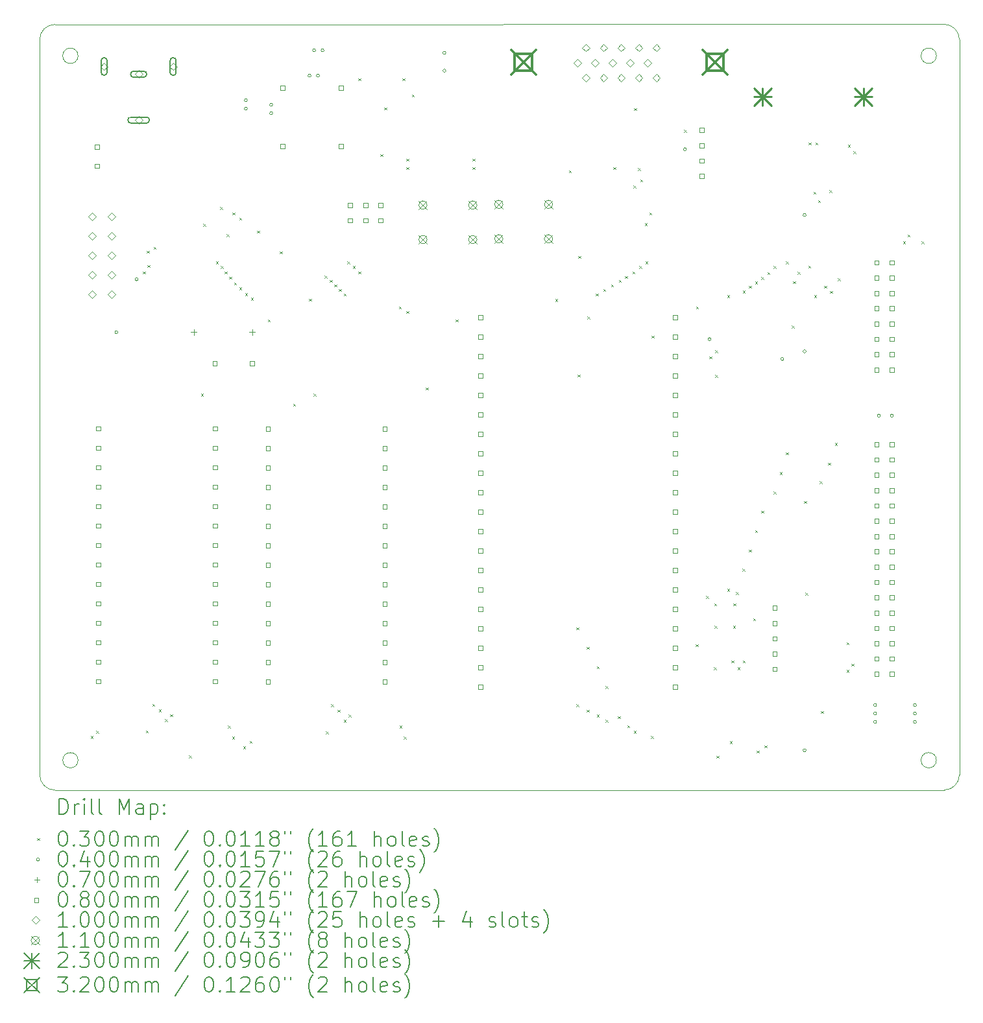
<source format=gbr>
%FSLAX45Y45*%
G04 Gerber Fmt 4.5, Leading zero omitted, Abs format (unit mm)*
G04 Created by KiCad (PCBNEW 6.0.4-1.fc35) date 2022-04-22 01:22:10*
%MOMM*%
%LPD*%
G01*
G04 APERTURE LIST*
%TA.AperFunction,Profile*%
%ADD10C,0.050000*%
%TD*%
%ADD11C,0.200000*%
%ADD12C,0.030000*%
%ADD13C,0.040000*%
%ADD14C,0.070000*%
%ADD15C,0.080000*%
%ADD16C,0.100000*%
%ADD17C,0.110000*%
%ADD18C,0.230000*%
%ADD19C,0.320000*%
G04 APERTURE END LIST*
D10*
X199422Y10010580D02*
X11801000Y10011001D01*
X199422Y10010578D02*
G75*
G03*
X-578Y9810580I-2J-199998D01*
G01*
X-578Y9810000D02*
X-578Y209000D01*
X3Y209423D02*
G75*
G03*
X200000Y9423I199997J-3D01*
G01*
X12001001Y9811001D02*
G75*
G03*
X11801000Y10011001I-200001J-1D01*
G01*
X12001000Y210001D02*
X12001000Y9811001D01*
X11799579Y10001D02*
X200000Y9423D01*
X500000Y9600000D02*
G75*
G03*
X500000Y9600000I-100000J0D01*
G01*
X11700000Y400000D02*
G75*
G03*
X11700000Y400000I-100000J0D01*
G01*
X11700000Y9600000D02*
G75*
G03*
X11700000Y9600000I-100000J0D01*
G01*
X11799579Y10005D02*
G75*
G03*
X12001000Y210001I11J201415D01*
G01*
X500000Y400000D02*
G75*
G03*
X500000Y400000I-100000J0D01*
G01*
D11*
D12*
X665000Y715000D02*
X695000Y685000D01*
X695000Y715000D02*
X665000Y685000D01*
X735000Y785000D02*
X765000Y755000D01*
X765000Y785000D02*
X735000Y755000D01*
X1345001Y6785001D02*
X1375001Y6755001D01*
X1375001Y6785001D02*
X1345001Y6755001D01*
X1385001Y790001D02*
X1415000Y760001D01*
X1415000Y790001D02*
X1385001Y760001D01*
X1395000Y7055000D02*
X1425000Y7025000D01*
X1425000Y7055000D02*
X1395000Y7025000D01*
X1407422Y6867423D02*
X1437422Y6837423D01*
X1437422Y6867423D02*
X1407422Y6837423D01*
X1470000Y1135001D02*
X1500000Y1105001D01*
X1500000Y1135001D02*
X1470000Y1105001D01*
X1485000Y7105000D02*
X1515000Y7075000D01*
X1515000Y7105000D02*
X1485000Y7075000D01*
X1555000Y1065501D02*
X1585000Y1035501D01*
X1585000Y1065501D02*
X1555000Y1035501D01*
X1635000Y935001D02*
X1665000Y905001D01*
X1665000Y935001D02*
X1635000Y905001D01*
X1700000Y1000001D02*
X1730000Y970001D01*
X1730000Y1000001D02*
X1700000Y970001D01*
X1945000Y462649D02*
X1975000Y432649D01*
X1975000Y462649D02*
X1945000Y432649D01*
X2105000Y5185000D02*
X2135000Y5155000D01*
X2135000Y5185000D02*
X2105000Y5155000D01*
X2135000Y7405000D02*
X2165000Y7375000D01*
X2165000Y7405000D02*
X2135000Y7375000D01*
X2297001Y6913001D02*
X2327001Y6883001D01*
X2327001Y6913001D02*
X2297001Y6883001D01*
X2355000Y7625000D02*
X2385000Y7595000D01*
X2385000Y7625000D02*
X2355000Y7595000D01*
X2361001Y6853001D02*
X2391001Y6823001D01*
X2391001Y6853001D02*
X2361001Y6823001D01*
X2412001Y6784001D02*
X2442001Y6754001D01*
X2442001Y6784001D02*
X2412001Y6754001D01*
X2438001Y7271999D02*
X2468001Y7241999D01*
X2468001Y7271999D02*
X2438001Y7241999D01*
X2455001Y850001D02*
X2485001Y820001D01*
X2485001Y850001D02*
X2455001Y820001D01*
X2472001Y6714001D02*
X2502001Y6684001D01*
X2502001Y6714001D02*
X2472001Y6684001D01*
X2510001Y710001D02*
X2540001Y680001D01*
X2540001Y710001D02*
X2510001Y680001D01*
X2515000Y7555000D02*
X2545000Y7525000D01*
X2545000Y7555000D02*
X2515000Y7525000D01*
X2537001Y6641001D02*
X2567001Y6611001D01*
X2567001Y6641001D02*
X2537001Y6611001D01*
X2602001Y6574001D02*
X2632001Y6544001D01*
X2632001Y6574001D02*
X2602001Y6544001D01*
X2605000Y7485000D02*
X2635000Y7455000D01*
X2635000Y7485000D02*
X2605000Y7455000D01*
X2655001Y582550D02*
X2685001Y552550D01*
X2685001Y582550D02*
X2655001Y552550D01*
X2678001Y6498001D02*
X2708001Y6468001D01*
X2708001Y6498001D02*
X2678001Y6468001D01*
X2740001Y652551D02*
X2770001Y622551D01*
X2770001Y652551D02*
X2740001Y622551D01*
X2755001Y6438001D02*
X2785001Y6408001D01*
X2785001Y6438001D02*
X2755001Y6408001D01*
X2835000Y7315000D02*
X2865000Y7285000D01*
X2865000Y7315000D02*
X2835000Y7285000D01*
X2975000Y6155001D02*
X3005000Y6125001D01*
X3005000Y6155001D02*
X2975000Y6125001D01*
X3130422Y7047423D02*
X3160422Y7017423D01*
X3160422Y7047423D02*
X3130422Y7017423D01*
X3305000Y5055000D02*
X3335000Y5025000D01*
X3335000Y5055000D02*
X3305000Y5025000D01*
X3512472Y6427423D02*
X3542472Y6397423D01*
X3542472Y6427423D02*
X3512472Y6397423D01*
X3575000Y5185000D02*
X3605000Y5155000D01*
X3605000Y5185000D02*
X3575000Y5155000D01*
X3715000Y6727001D02*
X3745000Y6697001D01*
X3745000Y6727001D02*
X3715000Y6697001D01*
X3735000Y775001D02*
X3765000Y745001D01*
X3765000Y775001D02*
X3735000Y745001D01*
X3785000Y6675002D02*
X3815000Y6645002D01*
X3815000Y6675002D02*
X3785000Y6645002D01*
X3800000Y1130001D02*
X3830000Y1100001D01*
X3830000Y1130001D02*
X3800000Y1100001D01*
X3845000Y6615001D02*
X3875000Y6585001D01*
X3875000Y6615001D02*
X3845000Y6585001D01*
X3885000Y1060501D02*
X3915000Y1030501D01*
X3915000Y1060501D02*
X3885000Y1030501D01*
X3905000Y6555001D02*
X3935000Y6525001D01*
X3935000Y6555001D02*
X3905000Y6525001D01*
X3965000Y6495001D02*
X3995000Y6465001D01*
X3995000Y6495001D02*
X3965000Y6465001D01*
X3965000Y930001D02*
X3995000Y900001D01*
X3995000Y930001D02*
X3965000Y900001D01*
X4015000Y6915001D02*
X4045000Y6885001D01*
X4045000Y6915001D02*
X4015000Y6885001D01*
X4030000Y995001D02*
X4060000Y965001D01*
X4060000Y995001D02*
X4030000Y965001D01*
X4085000Y6855001D02*
X4115000Y6825001D01*
X4115000Y6855001D02*
X4085000Y6825001D01*
X4155000Y9305000D02*
X4185000Y9275000D01*
X4185000Y9305000D02*
X4155000Y9275000D01*
X4155000Y6785001D02*
X4185000Y6755001D01*
X4185000Y6785001D02*
X4155000Y6755001D01*
X4445000Y8315000D02*
X4475000Y8285000D01*
X4475000Y8315000D02*
X4445000Y8285000D01*
X4495000Y8925000D02*
X4525000Y8895000D01*
X4525000Y8925000D02*
X4495000Y8895000D01*
X4685001Y6325001D02*
X4715001Y6295001D01*
X4715001Y6325001D02*
X4685001Y6295001D01*
X4695001Y850001D02*
X4725001Y820001D01*
X4725001Y850001D02*
X4695001Y820001D01*
X4735000Y9305000D02*
X4765000Y9275000D01*
X4765000Y9305000D02*
X4735000Y9275000D01*
X4750001Y710001D02*
X4780001Y680001D01*
X4780001Y710001D02*
X4750001Y680001D01*
X4785000Y8255000D02*
X4815000Y8225000D01*
X4815000Y8255000D02*
X4785000Y8225000D01*
X4785000Y8145000D02*
X4815000Y8115000D01*
X4815000Y8145000D02*
X4785000Y8115000D01*
X4785001Y6265001D02*
X4815001Y6235001D01*
X4815001Y6265001D02*
X4785001Y6235001D01*
X4855000Y9095000D02*
X4885000Y9065000D01*
X4885000Y9095000D02*
X4855000Y9065000D01*
X5037422Y5267423D02*
X5067422Y5237423D01*
X5067422Y5267423D02*
X5037422Y5237423D01*
X5425001Y6155001D02*
X5455001Y6125001D01*
X5455001Y6155001D02*
X5425001Y6125001D01*
X5645000Y8255000D02*
X5675000Y8225000D01*
X5675000Y8255000D02*
X5645000Y8225000D01*
X5645000Y8145000D02*
X5675000Y8115000D01*
X5675000Y8145000D02*
X5645000Y8115000D01*
X6725000Y6425001D02*
X6755000Y6395001D01*
X6755000Y6425001D02*
X6725000Y6395001D01*
X6905000Y8105000D02*
X6935000Y8075000D01*
X6935000Y8105000D02*
X6905000Y8075000D01*
X7000000Y2135001D02*
X7030000Y2105001D01*
X7030000Y2135001D02*
X7000000Y2105001D01*
X7000000Y1130001D02*
X7030000Y1100001D01*
X7030000Y1130001D02*
X7000000Y1100001D01*
X7017422Y5437423D02*
X7047422Y5407423D01*
X7047422Y5437423D02*
X7017422Y5407423D01*
X7028422Y6987423D02*
X7058422Y6957423D01*
X7058422Y6987423D02*
X7028422Y6957423D01*
X7139500Y1879501D02*
X7169500Y1849501D01*
X7169500Y1879501D02*
X7139500Y1849501D01*
X7139500Y1060501D02*
X7169500Y1030501D01*
X7169500Y1060501D02*
X7139500Y1030501D01*
X7145000Y6195001D02*
X7175000Y6165001D01*
X7175000Y6195001D02*
X7145000Y6165001D01*
X7255000Y6495001D02*
X7285000Y6465001D01*
X7285000Y6495001D02*
X7255000Y6465001D01*
X7269500Y1625501D02*
X7299500Y1595501D01*
X7299500Y1625501D02*
X7269500Y1595501D01*
X7270000Y995001D02*
X7300000Y965001D01*
X7300000Y995001D02*
X7270000Y965001D01*
X7355000Y6555001D02*
X7385000Y6525001D01*
X7385000Y6555001D02*
X7355000Y6525001D01*
X7385000Y1370001D02*
X7415000Y1340001D01*
X7415000Y1370001D02*
X7385000Y1340001D01*
X7385000Y930001D02*
X7415000Y900001D01*
X7415000Y930001D02*
X7385000Y900001D01*
X7455000Y6615001D02*
X7485000Y6585001D01*
X7485000Y6615001D02*
X7455000Y6585001D01*
X7485000Y8145000D02*
X7515000Y8115000D01*
X7515000Y8145000D02*
X7485000Y8115000D01*
X7545000Y975000D02*
X7575000Y945000D01*
X7575000Y975000D02*
X7545000Y945000D01*
X7555000Y6675001D02*
X7585000Y6645001D01*
X7585000Y6675001D02*
X7555000Y6645001D01*
X7635000Y6725001D02*
X7665000Y6695001D01*
X7665000Y6725001D02*
X7635000Y6695001D01*
X7665000Y855001D02*
X7695000Y825001D01*
X7695000Y855001D02*
X7665000Y825001D01*
X7735000Y6785001D02*
X7765000Y6755001D01*
X7765000Y6785001D02*
X7735000Y6755001D01*
X7745000Y7905000D02*
X7775000Y7875000D01*
X7775000Y7905000D02*
X7745000Y7875000D01*
X7750000Y785001D02*
X7780000Y755001D01*
X7780000Y785001D02*
X7750000Y755001D01*
X7755000Y8915000D02*
X7785000Y8885000D01*
X7785000Y8915000D02*
X7755000Y8885000D01*
X7804950Y8135000D02*
X7834950Y8105000D01*
X7834950Y8135000D02*
X7804950Y8105000D01*
X7825000Y6855001D02*
X7855000Y6825001D01*
X7855000Y6855001D02*
X7825000Y6825001D01*
X7835000Y7985000D02*
X7865000Y7955000D01*
X7865000Y7985000D02*
X7835000Y7955000D01*
X7895000Y7415000D02*
X7925000Y7385000D01*
X7925000Y7415000D02*
X7895000Y7385000D01*
X7905000Y6915001D02*
X7935000Y6885001D01*
X7935000Y6915001D02*
X7905000Y6885001D01*
X7955000Y7555000D02*
X7985000Y7525000D01*
X7985000Y7555000D02*
X7955000Y7525000D01*
X7975000Y715000D02*
X8005000Y685000D01*
X8005000Y715000D02*
X7975000Y685000D01*
X7985000Y5945001D02*
X8015000Y5915001D01*
X8015000Y5945001D02*
X7985000Y5915001D01*
X8405000Y8635000D02*
X8435000Y8605000D01*
X8435000Y8635000D02*
X8405000Y8605000D01*
X8560001Y1915001D02*
X8590001Y1885001D01*
X8590001Y1915001D02*
X8560001Y1885001D01*
X8565001Y6325001D02*
X8595001Y6295001D01*
X8595001Y6325001D02*
X8565001Y6295001D01*
X8695001Y2545001D02*
X8725001Y2515001D01*
X8725001Y2545001D02*
X8695001Y2515001D01*
X8737422Y5675001D02*
X8767422Y5645001D01*
X8767422Y5675001D02*
X8737422Y5645001D01*
X8795001Y1615001D02*
X8825001Y1585001D01*
X8825001Y1615001D02*
X8795001Y1585001D01*
X8800001Y2450001D02*
X8830001Y2420001D01*
X8830001Y2450001D02*
X8800001Y2420001D01*
X8805001Y2155001D02*
X8835001Y2125001D01*
X8835001Y2155001D02*
X8805001Y2125001D01*
X8815001Y5755001D02*
X8845001Y5725001D01*
X8845001Y5755001D02*
X8815001Y5725001D01*
X8815001Y5435001D02*
X8845001Y5405001D01*
X8845001Y5435001D02*
X8815001Y5405001D01*
X8830000Y460000D02*
X8860000Y430000D01*
X8860000Y460000D02*
X8830000Y430000D01*
X8970000Y6475000D02*
X9000000Y6445000D01*
X9000000Y6475000D02*
X8970000Y6445000D01*
X8970001Y2640001D02*
X9000001Y2610001D01*
X9000001Y2640001D02*
X8970001Y2610001D01*
X9005000Y650000D02*
X9035000Y620000D01*
X9035000Y650000D02*
X9005000Y620000D01*
X9025001Y1705001D02*
X9055001Y1675001D01*
X9055001Y1705001D02*
X9025001Y1675001D01*
X9045001Y2155001D02*
X9075001Y2125001D01*
X9075001Y2155001D02*
X9045001Y2125001D01*
X9050001Y2450001D02*
X9080001Y2420001D01*
X9080001Y2450001D02*
X9050001Y2420001D01*
X9085001Y2595001D02*
X9115001Y2565001D01*
X9115001Y2595001D02*
X9085001Y2565001D01*
X9105000Y1615000D02*
X9135000Y1585000D01*
X9135000Y1615000D02*
X9105000Y1585000D01*
X9170001Y2900001D02*
X9200001Y2870001D01*
X9200001Y2900001D02*
X9170001Y2870001D01*
X9175000Y6535000D02*
X9205000Y6505000D01*
X9205000Y6535000D02*
X9175000Y6505000D01*
X9175000Y1705000D02*
X9205000Y1675000D01*
X9205000Y1705000D02*
X9175000Y1675000D01*
X9255000Y6595000D02*
X9285000Y6565000D01*
X9285000Y6595000D02*
X9255000Y6565000D01*
X9255001Y3150001D02*
X9285001Y3120001D01*
X9285001Y3150001D02*
X9255001Y3120001D01*
X9310001Y2255001D02*
X9340001Y2225001D01*
X9340001Y2255001D02*
X9310001Y2225001D01*
X9335000Y6650000D02*
X9365000Y6620000D01*
X9365000Y6650000D02*
X9335000Y6620000D01*
X9335001Y3405001D02*
X9365001Y3375001D01*
X9365001Y3405001D02*
X9335001Y3375001D01*
X9355000Y525000D02*
X9385000Y495000D01*
X9385000Y525000D02*
X9355000Y495000D01*
X9415000Y6712450D02*
X9445000Y6682450D01*
X9445000Y6712450D02*
X9415000Y6682450D01*
X9415001Y3660001D02*
X9445001Y3630001D01*
X9445001Y3660001D02*
X9415001Y3630001D01*
X9455000Y595000D02*
X9485000Y565000D01*
X9485000Y595000D02*
X9455000Y565000D01*
X9495000Y6775000D02*
X9525000Y6745000D01*
X9525000Y6775000D02*
X9495000Y6745000D01*
X9575000Y6855000D02*
X9605000Y6825000D01*
X9605000Y6855000D02*
X9575000Y6825000D01*
X9575001Y3910001D02*
X9605001Y3880001D01*
X9605001Y3910001D02*
X9575001Y3880001D01*
X9655001Y4165001D02*
X9685001Y4135001D01*
X9685001Y4165001D02*
X9655001Y4135001D01*
X9735000Y6915000D02*
X9765000Y6885000D01*
X9765000Y6915000D02*
X9735000Y6885000D01*
X9735001Y4420001D02*
X9765001Y4390001D01*
X9765001Y4420001D02*
X9735001Y4390001D01*
X9815001Y6075001D02*
X9845001Y6045001D01*
X9845001Y6075001D02*
X9815001Y6045001D01*
X9830000Y6655000D02*
X9860000Y6625000D01*
X9860000Y6655000D02*
X9830000Y6625000D01*
X9890000Y6780000D02*
X9920000Y6750000D01*
X9920000Y6780000D02*
X9890000Y6750000D01*
X9975001Y3785001D02*
X10005001Y3755001D01*
X10005001Y3785001D02*
X9975001Y3755001D01*
X9990001Y2590001D02*
X10020001Y2560001D01*
X10020001Y2590001D02*
X9990001Y2560001D01*
X10030000Y6857550D02*
X10060000Y6827550D01*
X10060000Y6857550D02*
X10030000Y6827550D01*
X10034922Y8468413D02*
X10064922Y8438413D01*
X10064922Y8468413D02*
X10034922Y8438413D01*
X10095000Y7825000D02*
X10125000Y7795000D01*
X10125000Y7825000D02*
X10095000Y7795000D01*
X10105000Y6475000D02*
X10135000Y6445000D01*
X10135000Y6475000D02*
X10105000Y6445000D01*
X10119922Y8468413D02*
X10149922Y8438413D01*
X10149922Y8468413D02*
X10119922Y8438413D01*
X10155000Y7715000D02*
X10185000Y7685000D01*
X10185000Y7715000D02*
X10155000Y7685000D01*
X10175000Y4045000D02*
X10205000Y4015000D01*
X10205000Y4045000D02*
X10175000Y4015000D01*
X10192500Y1042500D02*
X10222500Y1012500D01*
X10222500Y1042500D02*
X10192500Y1012500D01*
X10235000Y6595000D02*
X10265000Y6565000D01*
X10265000Y6595000D02*
X10235000Y6565000D01*
X10285000Y4285000D02*
X10315000Y4255000D01*
X10315000Y4285000D02*
X10285000Y4255000D01*
X10305000Y7845000D02*
X10335000Y7815000D01*
X10335000Y7845000D02*
X10305000Y7815000D01*
X10312982Y6529563D02*
X10342982Y6499563D01*
X10342982Y6529563D02*
X10312982Y6499563D01*
X10375000Y4545001D02*
X10405000Y4515001D01*
X10405000Y4545001D02*
X10375000Y4515001D01*
X10415000Y6695000D02*
X10445000Y6665000D01*
X10445000Y6695000D02*
X10415000Y6665000D01*
X10530000Y1940000D02*
X10560000Y1910000D01*
X10560000Y1940000D02*
X10530000Y1910000D01*
X10530000Y1580000D02*
X10560000Y1550000D01*
X10560000Y1580000D02*
X10530000Y1550000D01*
X10545000Y8437500D02*
X10575000Y8407500D01*
X10575000Y8437500D02*
X10545000Y8407500D01*
X10590000Y1660000D02*
X10620000Y1630000D01*
X10620000Y1660000D02*
X10590000Y1630000D01*
X10615000Y8352500D02*
X10645000Y8322500D01*
X10645000Y8352500D02*
X10615000Y8322500D01*
X11265050Y7175000D02*
X11295050Y7145000D01*
X11295050Y7175000D02*
X11265050Y7145000D01*
X11325050Y7265000D02*
X11355050Y7235000D01*
X11355050Y7265000D02*
X11325050Y7235000D01*
X11505000Y7175000D02*
X11535000Y7145000D01*
X11535000Y7175000D02*
X11505000Y7145000D01*
D13*
X1020000Y5990000D02*
G75*
G03*
X1020000Y5990000I-20000J0D01*
G01*
X1282450Y6680000D02*
G75*
G03*
X1282450Y6680000I-20000J0D01*
G01*
X2710000Y9020000D02*
G75*
G03*
X2710000Y9020000I-20000J0D01*
G01*
X2710000Y8910000D02*
G75*
G03*
X2710000Y8910000I-20000J0D01*
G01*
X3040000Y8960000D02*
G75*
G03*
X3040000Y8960000I-20000J0D01*
G01*
X3040000Y8850000D02*
G75*
G03*
X3040000Y8850000I-20000J0D01*
G01*
X3540000Y9340000D02*
G75*
G03*
X3540000Y9340000I-20000J0D01*
G01*
X3600000Y9670000D02*
G75*
G03*
X3600000Y9670000I-20000J0D01*
G01*
X3650000Y9340000D02*
G75*
G03*
X3650000Y9340000I-20000J0D01*
G01*
X3710000Y9670000D02*
G75*
G03*
X3710000Y9670000I-20000J0D01*
G01*
X5300000Y9640000D02*
G75*
G03*
X5300000Y9640000I-20000J0D01*
G01*
X5300000Y9405050D02*
G75*
G03*
X5300000Y9405050I-20000J0D01*
G01*
X8440000Y8380000D02*
G75*
G03*
X8440000Y8380000I-20000J0D01*
G01*
X8760001Y5900001D02*
G75*
G03*
X8760001Y5900001I-20000J0D01*
G01*
X9710000Y5640000D02*
G75*
G03*
X9710000Y5640000I-20000J0D01*
G01*
X10000000Y7520000D02*
G75*
G03*
X10000000Y7520000I-20000J0D01*
G01*
X10000000Y5740000D02*
G75*
G03*
X10000000Y5740000I-20000J0D01*
G01*
X10000000Y530000D02*
G75*
G03*
X10000000Y530000I-20000J0D01*
G01*
X10920000Y1120000D02*
G75*
G03*
X10920000Y1120000I-20000J0D01*
G01*
X10920000Y1010000D02*
G75*
G03*
X10920000Y1010000I-20000J0D01*
G01*
X10920000Y900000D02*
G75*
G03*
X10920000Y900000I-20000J0D01*
G01*
X10970000Y4900000D02*
G75*
G03*
X10970000Y4900000I-20000J0D01*
G01*
X11140000Y4900000D02*
G75*
G03*
X11140000Y4900000I-20000J0D01*
G01*
X11440000Y1120000D02*
G75*
G03*
X11440000Y1120000I-20000J0D01*
G01*
X11440000Y1010000D02*
G75*
G03*
X11440000Y1010000I-20000J0D01*
G01*
X11440000Y900000D02*
G75*
G03*
X11440000Y900000I-20000J0D01*
G01*
D14*
X2009000Y6025000D02*
X2009000Y5955000D01*
X1974000Y5990000D02*
X2044000Y5990000D01*
X2771000Y6025000D02*
X2771000Y5955000D01*
X2736000Y5990000D02*
X2806000Y5990000D01*
D15*
X778284Y8381715D02*
X778284Y8438285D01*
X721715Y8438285D01*
X721715Y8381715D01*
X778284Y8381715D01*
X778284Y8131715D02*
X778284Y8188284D01*
X721715Y8188284D01*
X721715Y8131715D01*
X778284Y8131715D01*
X794285Y4703717D02*
X794285Y4760286D01*
X737716Y4760286D01*
X737716Y4703717D01*
X794285Y4703717D01*
X794285Y4449717D02*
X794285Y4506286D01*
X737716Y4506286D01*
X737716Y4449717D01*
X794285Y4449717D01*
X794285Y4195717D02*
X794285Y4252286D01*
X737716Y4252286D01*
X737716Y4195717D01*
X794285Y4195717D01*
X794285Y3941717D02*
X794285Y3998286D01*
X737716Y3998286D01*
X737716Y3941717D01*
X794285Y3941717D01*
X794285Y3687717D02*
X794285Y3744286D01*
X737716Y3744286D01*
X737716Y3687717D01*
X794285Y3687717D01*
X794285Y3433717D02*
X794285Y3490286D01*
X737716Y3490286D01*
X737716Y3433717D01*
X794285Y3433717D01*
X794285Y3179717D02*
X794285Y3236286D01*
X737716Y3236286D01*
X737716Y3179717D01*
X794285Y3179717D01*
X794285Y2925717D02*
X794285Y2982286D01*
X737716Y2982286D01*
X737716Y2925717D01*
X794285Y2925717D01*
X794285Y2671717D02*
X794285Y2728286D01*
X737716Y2728286D01*
X737716Y2671717D01*
X794285Y2671717D01*
X794285Y2417717D02*
X794285Y2474286D01*
X737716Y2474286D01*
X737716Y2417717D01*
X794285Y2417717D01*
X794285Y2163717D02*
X794285Y2220286D01*
X737716Y2220286D01*
X737716Y2163717D01*
X794285Y2163717D01*
X794285Y1909717D02*
X794285Y1966286D01*
X737716Y1966286D01*
X737716Y1909717D01*
X794285Y1909717D01*
X794285Y1655717D02*
X794285Y1712286D01*
X737716Y1712286D01*
X737716Y1655717D01*
X794285Y1655717D01*
X794285Y1401717D02*
X794285Y1458286D01*
X737716Y1458286D01*
X737716Y1401717D01*
X794285Y1401717D01*
X2313285Y5551716D02*
X2313285Y5608284D01*
X2256716Y5608284D01*
X2256716Y5551716D01*
X2313285Y5551716D01*
X2318285Y4703717D02*
X2318285Y4760286D01*
X2261716Y4760286D01*
X2261716Y4703717D01*
X2318285Y4703717D01*
X2318285Y4449717D02*
X2318285Y4506286D01*
X2261716Y4506286D01*
X2261716Y4449717D01*
X2318285Y4449717D01*
X2318285Y4195717D02*
X2318285Y4252286D01*
X2261716Y4252286D01*
X2261716Y4195717D01*
X2318285Y4195717D01*
X2318285Y3941717D02*
X2318285Y3998286D01*
X2261716Y3998286D01*
X2261716Y3941717D01*
X2318285Y3941717D01*
X2318285Y3687717D02*
X2318285Y3744286D01*
X2261716Y3744286D01*
X2261716Y3687717D01*
X2318285Y3687717D01*
X2318285Y3433717D02*
X2318285Y3490286D01*
X2261716Y3490286D01*
X2261716Y3433717D01*
X2318285Y3433717D01*
X2318285Y3179717D02*
X2318285Y3236286D01*
X2261716Y3236286D01*
X2261716Y3179717D01*
X2318285Y3179717D01*
X2318285Y2925717D02*
X2318285Y2982286D01*
X2261716Y2982286D01*
X2261716Y2925717D01*
X2318285Y2925717D01*
X2318285Y2671717D02*
X2318285Y2728286D01*
X2261716Y2728286D01*
X2261716Y2671717D01*
X2318285Y2671717D01*
X2318285Y2417717D02*
X2318285Y2474286D01*
X2261716Y2474286D01*
X2261716Y2417717D01*
X2318285Y2417717D01*
X2318285Y2163717D02*
X2318285Y2220286D01*
X2261716Y2220286D01*
X2261716Y2163717D01*
X2318285Y2163717D01*
X2318285Y1909717D02*
X2318285Y1966286D01*
X2261716Y1966286D01*
X2261716Y1909717D01*
X2318285Y1909717D01*
X2318285Y1655717D02*
X2318285Y1712286D01*
X2261716Y1712286D01*
X2261716Y1655717D01*
X2318285Y1655717D01*
X2318285Y1401717D02*
X2318285Y1458286D01*
X2261716Y1458286D01*
X2261716Y1401717D01*
X2318285Y1401717D01*
X2801284Y5551716D02*
X2801284Y5608284D01*
X2744716Y5608284D01*
X2744716Y5551716D01*
X2801284Y5551716D01*
X3006785Y4701217D02*
X3006785Y4757786D01*
X2950216Y4757786D01*
X2950216Y4701217D01*
X3006785Y4701217D01*
X3006785Y4447217D02*
X3006785Y4503786D01*
X2950216Y4503786D01*
X2950216Y4447217D01*
X3006785Y4447217D01*
X3006785Y4193217D02*
X3006785Y4249786D01*
X2950216Y4249786D01*
X2950216Y4193217D01*
X3006785Y4193217D01*
X3006785Y3939217D02*
X3006785Y3995786D01*
X2950216Y3995786D01*
X2950216Y3939217D01*
X3006785Y3939217D01*
X3006785Y3685217D02*
X3006785Y3741786D01*
X2950216Y3741786D01*
X2950216Y3685217D01*
X3006785Y3685217D01*
X3006785Y3431217D02*
X3006785Y3487786D01*
X2950216Y3487786D01*
X2950216Y3431217D01*
X3006785Y3431217D01*
X3006785Y3177217D02*
X3006785Y3233786D01*
X2950216Y3233786D01*
X2950216Y3177217D01*
X3006785Y3177217D01*
X3006785Y2923217D02*
X3006785Y2979786D01*
X2950216Y2979786D01*
X2950216Y2923217D01*
X3006785Y2923217D01*
X3006785Y2669217D02*
X3006785Y2725786D01*
X2950216Y2725786D01*
X2950216Y2669217D01*
X3006785Y2669217D01*
X3006785Y2415217D02*
X3006785Y2471786D01*
X2950216Y2471786D01*
X2950216Y2415217D01*
X3006785Y2415217D01*
X3006785Y2161217D02*
X3006785Y2217786D01*
X2950216Y2217786D01*
X2950216Y2161217D01*
X3006785Y2161217D01*
X3006785Y1907217D02*
X3006785Y1963786D01*
X2950216Y1963786D01*
X2950216Y1907217D01*
X3006785Y1907217D01*
X3006785Y1653217D02*
X3006785Y1709786D01*
X2950216Y1709786D01*
X2950216Y1653217D01*
X3006785Y1653217D01*
X3006785Y1399217D02*
X3006785Y1455786D01*
X2950216Y1455786D01*
X2950216Y1399217D01*
X3006785Y1399217D01*
X3197284Y9152716D02*
X3197284Y9209285D01*
X3140715Y9209285D01*
X3140715Y9152716D01*
X3197284Y9152716D01*
X3197284Y8390716D02*
X3197284Y8447285D01*
X3140715Y8447285D01*
X3140715Y8390716D01*
X3197284Y8390716D01*
X3959284Y9152716D02*
X3959284Y9209285D01*
X3902715Y9209285D01*
X3902715Y9152716D01*
X3959284Y9152716D01*
X3959284Y8390716D02*
X3959284Y8447285D01*
X3902715Y8447285D01*
X3902715Y8390716D01*
X3959284Y8390716D01*
X4078284Y7621715D02*
X4078284Y7678284D01*
X4021715Y7678284D01*
X4021715Y7621715D01*
X4078284Y7621715D01*
X4078284Y7421715D02*
X4078284Y7478284D01*
X4021715Y7478284D01*
X4021715Y7421715D01*
X4078284Y7421715D01*
X4278285Y7621715D02*
X4278285Y7678284D01*
X4221716Y7678284D01*
X4221716Y7621715D01*
X4278285Y7621715D01*
X4278285Y7421715D02*
X4278285Y7478284D01*
X4221716Y7478284D01*
X4221716Y7421715D01*
X4278285Y7421715D01*
X4478285Y7621715D02*
X4478285Y7678284D01*
X4421716Y7678284D01*
X4421716Y7621715D01*
X4478285Y7621715D01*
X4478285Y7421715D02*
X4478285Y7478284D01*
X4421716Y7478284D01*
X4421716Y7421715D01*
X4478285Y7421715D01*
X4530785Y4701217D02*
X4530785Y4757786D01*
X4474216Y4757786D01*
X4474216Y4701217D01*
X4530785Y4701217D01*
X4530785Y4447217D02*
X4530785Y4503786D01*
X4474216Y4503786D01*
X4474216Y4447217D01*
X4530785Y4447217D01*
X4530785Y4193217D02*
X4530785Y4249786D01*
X4474216Y4249786D01*
X4474216Y4193217D01*
X4530785Y4193217D01*
X4530785Y3939217D02*
X4530785Y3995786D01*
X4474216Y3995786D01*
X4474216Y3939217D01*
X4530785Y3939217D01*
X4530785Y3685217D02*
X4530785Y3741786D01*
X4474216Y3741786D01*
X4474216Y3685217D01*
X4530785Y3685217D01*
X4530785Y3431217D02*
X4530785Y3487786D01*
X4474216Y3487786D01*
X4474216Y3431217D01*
X4530785Y3431217D01*
X4530785Y3177217D02*
X4530785Y3233786D01*
X4474216Y3233786D01*
X4474216Y3177217D01*
X4530785Y3177217D01*
X4530785Y2923217D02*
X4530785Y2979786D01*
X4474216Y2979786D01*
X4474216Y2923217D01*
X4530785Y2923217D01*
X4530785Y2669217D02*
X4530785Y2725786D01*
X4474216Y2725786D01*
X4474216Y2669217D01*
X4530785Y2669217D01*
X4530785Y2415217D02*
X4530785Y2471786D01*
X4474216Y2471786D01*
X4474216Y2415217D01*
X4530785Y2415217D01*
X4530785Y2161217D02*
X4530785Y2217786D01*
X4474216Y2217786D01*
X4474216Y2161217D01*
X4530785Y2161217D01*
X4530785Y1907217D02*
X4530785Y1963786D01*
X4474216Y1963786D01*
X4474216Y1907217D01*
X4530785Y1907217D01*
X4530785Y1653217D02*
X4530785Y1709786D01*
X4474216Y1709786D01*
X4474216Y1653217D01*
X4530785Y1653217D01*
X4530785Y1399217D02*
X4530785Y1455786D01*
X4474216Y1455786D01*
X4474216Y1399217D01*
X4530785Y1399217D01*
X5778285Y6154217D02*
X5778285Y6210786D01*
X5721716Y6210786D01*
X5721716Y6154217D01*
X5778285Y6154217D01*
X5778285Y5900217D02*
X5778285Y5956786D01*
X5721716Y5956786D01*
X5721716Y5900217D01*
X5778285Y5900217D01*
X5778285Y5646217D02*
X5778285Y5702786D01*
X5721716Y5702786D01*
X5721716Y5646217D01*
X5778285Y5646217D01*
X5778285Y5392217D02*
X5778285Y5448786D01*
X5721716Y5448786D01*
X5721716Y5392217D01*
X5778285Y5392217D01*
X5778285Y5138217D02*
X5778285Y5194786D01*
X5721716Y5194786D01*
X5721716Y5138217D01*
X5778285Y5138217D01*
X5778285Y4884217D02*
X5778285Y4940786D01*
X5721716Y4940786D01*
X5721716Y4884217D01*
X5778285Y4884217D01*
X5778285Y4630217D02*
X5778285Y4686786D01*
X5721716Y4686786D01*
X5721716Y4630217D01*
X5778285Y4630217D01*
X5778285Y4376217D02*
X5778285Y4432786D01*
X5721716Y4432786D01*
X5721716Y4376217D01*
X5778285Y4376217D01*
X5778285Y4122217D02*
X5778285Y4178786D01*
X5721716Y4178786D01*
X5721716Y4122217D01*
X5778285Y4122217D01*
X5778285Y3868217D02*
X5778285Y3924786D01*
X5721716Y3924786D01*
X5721716Y3868217D01*
X5778285Y3868217D01*
X5778285Y3614217D02*
X5778285Y3670786D01*
X5721716Y3670786D01*
X5721716Y3614217D01*
X5778285Y3614217D01*
X5778285Y3360217D02*
X5778285Y3416786D01*
X5721716Y3416786D01*
X5721716Y3360217D01*
X5778285Y3360217D01*
X5778285Y3106217D02*
X5778285Y3162786D01*
X5721716Y3162786D01*
X5721716Y3106217D01*
X5778285Y3106217D01*
X5778285Y2852217D02*
X5778285Y2908786D01*
X5721716Y2908786D01*
X5721716Y2852217D01*
X5778285Y2852217D01*
X5778285Y2598217D02*
X5778285Y2654786D01*
X5721716Y2654786D01*
X5721716Y2598217D01*
X5778285Y2598217D01*
X5778285Y2344217D02*
X5778285Y2400786D01*
X5721716Y2400786D01*
X5721716Y2344217D01*
X5778285Y2344217D01*
X5778285Y2090217D02*
X5778285Y2146786D01*
X5721716Y2146786D01*
X5721716Y2090217D01*
X5778285Y2090217D01*
X5778285Y1836217D02*
X5778285Y1892786D01*
X5721716Y1892786D01*
X5721716Y1836217D01*
X5778285Y1836217D01*
X5778285Y1582217D02*
X5778285Y1638786D01*
X5721716Y1638786D01*
X5721716Y1582217D01*
X5778285Y1582217D01*
X5778285Y1328217D02*
X5778285Y1384786D01*
X5721716Y1384786D01*
X5721716Y1328217D01*
X5778285Y1328217D01*
X8318285Y6154217D02*
X8318285Y6210786D01*
X8261716Y6210786D01*
X8261716Y6154217D01*
X8318285Y6154217D01*
X8318285Y5900217D02*
X8318285Y5956786D01*
X8261716Y5956786D01*
X8261716Y5900217D01*
X8318285Y5900217D01*
X8318285Y5646217D02*
X8318285Y5702786D01*
X8261716Y5702786D01*
X8261716Y5646217D01*
X8318285Y5646217D01*
X8318285Y5392217D02*
X8318285Y5448786D01*
X8261716Y5448786D01*
X8261716Y5392217D01*
X8318285Y5392217D01*
X8318285Y5138217D02*
X8318285Y5194786D01*
X8261716Y5194786D01*
X8261716Y5138217D01*
X8318285Y5138217D01*
X8318285Y4884217D02*
X8318285Y4940786D01*
X8261716Y4940786D01*
X8261716Y4884217D01*
X8318285Y4884217D01*
X8318285Y4630217D02*
X8318285Y4686786D01*
X8261716Y4686786D01*
X8261716Y4630217D01*
X8318285Y4630217D01*
X8318285Y4376217D02*
X8318285Y4432786D01*
X8261716Y4432786D01*
X8261716Y4376217D01*
X8318285Y4376217D01*
X8318285Y4122217D02*
X8318285Y4178786D01*
X8261716Y4178786D01*
X8261716Y4122217D01*
X8318285Y4122217D01*
X8318285Y3868217D02*
X8318285Y3924786D01*
X8261716Y3924786D01*
X8261716Y3868217D01*
X8318285Y3868217D01*
X8318285Y3614217D02*
X8318285Y3670786D01*
X8261716Y3670786D01*
X8261716Y3614217D01*
X8318285Y3614217D01*
X8318285Y3360217D02*
X8318285Y3416786D01*
X8261716Y3416786D01*
X8261716Y3360217D01*
X8318285Y3360217D01*
X8318285Y3106217D02*
X8318285Y3162786D01*
X8261716Y3162786D01*
X8261716Y3106217D01*
X8318285Y3106217D01*
X8318285Y2852217D02*
X8318285Y2908786D01*
X8261716Y2908786D01*
X8261716Y2852217D01*
X8318285Y2852217D01*
X8318285Y2598217D02*
X8318285Y2654786D01*
X8261716Y2654786D01*
X8261716Y2598217D01*
X8318285Y2598217D01*
X8318285Y2344217D02*
X8318285Y2400786D01*
X8261716Y2400786D01*
X8261716Y2344217D01*
X8318285Y2344217D01*
X8318285Y2090217D02*
X8318285Y2146786D01*
X8261716Y2146786D01*
X8261716Y2090217D01*
X8318285Y2090217D01*
X8318285Y1836217D02*
X8318285Y1892786D01*
X8261716Y1892786D01*
X8261716Y1836217D01*
X8318285Y1836217D01*
X8318285Y1582217D02*
X8318285Y1638786D01*
X8261716Y1638786D01*
X8261716Y1582217D01*
X8318285Y1582217D01*
X8318285Y1328217D02*
X8318285Y1384786D01*
X8261716Y1384786D01*
X8261716Y1328217D01*
X8318285Y1328217D01*
X8668285Y8601716D02*
X8668285Y8658285D01*
X8611716Y8658285D01*
X8611716Y8601716D01*
X8668285Y8601716D01*
X8668285Y8401716D02*
X8668285Y8458285D01*
X8611716Y8458285D01*
X8611716Y8401716D01*
X8668285Y8401716D01*
X8668285Y8201715D02*
X8668285Y8258284D01*
X8611716Y8258284D01*
X8611716Y8201715D01*
X8668285Y8201715D01*
X8668285Y8001715D02*
X8668285Y8058284D01*
X8611716Y8058284D01*
X8611716Y8001715D01*
X8668285Y8001715D01*
X9618285Y2361716D02*
X9618285Y2418285D01*
X9561716Y2418285D01*
X9561716Y2361716D01*
X9618285Y2361716D01*
X9618285Y2161716D02*
X9618285Y2218285D01*
X9561716Y2218285D01*
X9561716Y2161716D01*
X9618285Y2161716D01*
X9618285Y1961715D02*
X9618285Y2018284D01*
X9561716Y2018284D01*
X9561716Y1961715D01*
X9618285Y1961715D01*
X9618285Y1761715D02*
X9618285Y1818284D01*
X9561716Y1818284D01*
X9561716Y1761715D01*
X9618285Y1761715D01*
X9618285Y1561715D02*
X9618285Y1618284D01*
X9561716Y1618284D01*
X9561716Y1561715D01*
X9618285Y1561715D01*
X10948285Y6871715D02*
X10948285Y6928284D01*
X10891716Y6928284D01*
X10891716Y6871715D01*
X10948285Y6871715D01*
X10948285Y6671715D02*
X10948285Y6728284D01*
X10891716Y6728284D01*
X10891716Y6671715D01*
X10948285Y6671715D01*
X10948285Y6471715D02*
X10948285Y6528284D01*
X10891716Y6528284D01*
X10891716Y6471715D01*
X10948285Y6471715D01*
X10948285Y6271715D02*
X10948285Y6328284D01*
X10891716Y6328284D01*
X10891716Y6271715D01*
X10948285Y6271715D01*
X10948285Y6071715D02*
X10948285Y6128284D01*
X10891716Y6128284D01*
X10891716Y6071715D01*
X10948285Y6071715D01*
X10948285Y5871715D02*
X10948285Y5928284D01*
X10891716Y5928284D01*
X10891716Y5871715D01*
X10948285Y5871715D01*
X10948285Y5671715D02*
X10948285Y5728284D01*
X10891716Y5728284D01*
X10891716Y5671715D01*
X10948285Y5671715D01*
X10948285Y5471716D02*
X10948285Y5528285D01*
X10891716Y5528285D01*
X10891716Y5471716D01*
X10948285Y5471716D01*
X10948285Y4496716D02*
X10948285Y4553285D01*
X10891716Y4553285D01*
X10891716Y4496716D01*
X10948285Y4496716D01*
X10948285Y4296716D02*
X10948285Y4353285D01*
X10891716Y4353285D01*
X10891716Y4296716D01*
X10948285Y4296716D01*
X10948285Y4096715D02*
X10948285Y4153284D01*
X10891716Y4153284D01*
X10891716Y4096715D01*
X10948285Y4096715D01*
X10948285Y3896715D02*
X10948285Y3953284D01*
X10891716Y3953284D01*
X10891716Y3896715D01*
X10948285Y3896715D01*
X10948285Y3696715D02*
X10948285Y3753284D01*
X10891716Y3753284D01*
X10891716Y3696715D01*
X10948285Y3696715D01*
X10948285Y3496715D02*
X10948285Y3553284D01*
X10891716Y3553284D01*
X10891716Y3496715D01*
X10948285Y3496715D01*
X10948285Y3296715D02*
X10948285Y3353284D01*
X10891716Y3353284D01*
X10891716Y3296715D01*
X10948285Y3296715D01*
X10948285Y3096715D02*
X10948285Y3153284D01*
X10891716Y3153284D01*
X10891716Y3096715D01*
X10948285Y3096715D01*
X10948285Y2896715D02*
X10948285Y2953284D01*
X10891716Y2953284D01*
X10891716Y2896715D01*
X10948285Y2896715D01*
X10948285Y2696716D02*
X10948285Y2753285D01*
X10891716Y2753285D01*
X10891716Y2696716D01*
X10948285Y2696716D01*
X10948285Y2496716D02*
X10948285Y2553285D01*
X10891716Y2553285D01*
X10891716Y2496716D01*
X10948285Y2496716D01*
X10948285Y2296716D02*
X10948285Y2353285D01*
X10891716Y2353285D01*
X10891716Y2296716D01*
X10948285Y2296716D01*
X10948285Y2096715D02*
X10948285Y2153285D01*
X10891716Y2153285D01*
X10891716Y2096715D01*
X10948285Y2096715D01*
X10948285Y1896715D02*
X10948285Y1953284D01*
X10891716Y1953284D01*
X10891716Y1896715D01*
X10948285Y1896715D01*
X10948285Y1696715D02*
X10948285Y1753284D01*
X10891716Y1753284D01*
X10891716Y1696715D01*
X10948285Y1696715D01*
X10948285Y1496715D02*
X10948285Y1553284D01*
X10891716Y1553284D01*
X10891716Y1496715D01*
X10948285Y1496715D01*
X11148285Y6871715D02*
X11148285Y6928284D01*
X11091716Y6928284D01*
X11091716Y6871715D01*
X11148285Y6871715D01*
X11148285Y6671715D02*
X11148285Y6728284D01*
X11091716Y6728284D01*
X11091716Y6671715D01*
X11148285Y6671715D01*
X11148285Y6471715D02*
X11148285Y6528284D01*
X11091716Y6528284D01*
X11091716Y6471715D01*
X11148285Y6471715D01*
X11148285Y6271715D02*
X11148285Y6328284D01*
X11091716Y6328284D01*
X11091716Y6271715D01*
X11148285Y6271715D01*
X11148285Y6071715D02*
X11148285Y6128284D01*
X11091716Y6128284D01*
X11091716Y6071715D01*
X11148285Y6071715D01*
X11148285Y5871715D02*
X11148285Y5928284D01*
X11091716Y5928284D01*
X11091716Y5871715D01*
X11148285Y5871715D01*
X11148285Y5671715D02*
X11148285Y5728284D01*
X11091716Y5728284D01*
X11091716Y5671715D01*
X11148285Y5671715D01*
X11148285Y5471716D02*
X11148285Y5528285D01*
X11091716Y5528285D01*
X11091716Y5471716D01*
X11148285Y5471716D01*
X11148285Y4496716D02*
X11148285Y4553285D01*
X11091716Y4553285D01*
X11091716Y4496716D01*
X11148285Y4496716D01*
X11148285Y4296716D02*
X11148285Y4353285D01*
X11091716Y4353285D01*
X11091716Y4296716D01*
X11148285Y4296716D01*
X11148285Y4096715D02*
X11148285Y4153284D01*
X11091716Y4153284D01*
X11091716Y4096715D01*
X11148285Y4096715D01*
X11148285Y3896715D02*
X11148285Y3953284D01*
X11091716Y3953284D01*
X11091716Y3896715D01*
X11148285Y3896715D01*
X11148285Y3696715D02*
X11148285Y3753284D01*
X11091716Y3753284D01*
X11091716Y3696715D01*
X11148285Y3696715D01*
X11148285Y3496715D02*
X11148285Y3553284D01*
X11091716Y3553284D01*
X11091716Y3496715D01*
X11148285Y3496715D01*
X11148285Y3296715D02*
X11148285Y3353284D01*
X11091716Y3353284D01*
X11091716Y3296715D01*
X11148285Y3296715D01*
X11148285Y3096715D02*
X11148285Y3153284D01*
X11091716Y3153284D01*
X11091716Y3096715D01*
X11148285Y3096715D01*
X11148285Y2896715D02*
X11148285Y2953284D01*
X11091716Y2953284D01*
X11091716Y2896715D01*
X11148285Y2896715D01*
X11148285Y2696716D02*
X11148285Y2753285D01*
X11091716Y2753285D01*
X11091716Y2696716D01*
X11148285Y2696716D01*
X11148285Y2496716D02*
X11148285Y2553285D01*
X11091716Y2553285D01*
X11091716Y2496716D01*
X11148285Y2496716D01*
X11148285Y2296716D02*
X11148285Y2353285D01*
X11091716Y2353285D01*
X11091716Y2296716D01*
X11148285Y2296716D01*
X11148285Y2096715D02*
X11148285Y2153285D01*
X11091716Y2153285D01*
X11091716Y2096715D01*
X11148285Y2096715D01*
X11148285Y1896715D02*
X11148285Y1953284D01*
X11091716Y1953284D01*
X11091716Y1896715D01*
X11148285Y1896715D01*
X11148285Y1696715D02*
X11148285Y1753284D01*
X11091716Y1753284D01*
X11091716Y1696715D01*
X11148285Y1696715D01*
X11148285Y1496715D02*
X11148285Y1553284D01*
X11091716Y1553284D01*
X11091716Y1496715D01*
X11148285Y1496715D01*
D16*
X682500Y7447500D02*
X732500Y7497500D01*
X682500Y7547500D01*
X632500Y7497500D01*
X682500Y7447500D01*
X682500Y7193500D02*
X732500Y7243500D01*
X682500Y7293500D01*
X632500Y7243500D01*
X682500Y7193500D01*
X682500Y6939500D02*
X732500Y6989500D01*
X682500Y7039500D01*
X632500Y6989500D01*
X682500Y6939500D01*
X682500Y6685500D02*
X732500Y6735500D01*
X682500Y6785500D01*
X632500Y6735500D01*
X682500Y6685500D01*
X682500Y6431500D02*
X732500Y6481500D01*
X682500Y6531500D01*
X632500Y6481500D01*
X682500Y6431500D01*
X840000Y9410000D02*
X890000Y9460000D01*
X840000Y9510000D01*
X790000Y9460000D01*
X840000Y9410000D01*
D11*
X880000Y9385000D02*
X880000Y9535000D01*
X800000Y9385000D02*
X800000Y9535000D01*
X880000Y9535000D02*
G75*
G03*
X800000Y9535000I-40000J0D01*
G01*
X800000Y9385000D02*
G75*
G03*
X880000Y9385000I40000J0D01*
G01*
D16*
X936500Y7447500D02*
X986500Y7497500D01*
X936500Y7547500D01*
X886500Y7497500D01*
X936500Y7447500D01*
X936500Y7193500D02*
X986500Y7243500D01*
X936500Y7293500D01*
X886500Y7243500D01*
X936500Y7193500D01*
X936500Y6939500D02*
X986500Y6989500D01*
X936500Y7039500D01*
X886500Y6989500D01*
X936500Y6939500D01*
X936500Y6685500D02*
X986500Y6735500D01*
X936500Y6785500D01*
X886500Y6735500D01*
X936500Y6685500D01*
X936500Y6431500D02*
X986500Y6481500D01*
X936500Y6531500D01*
X886500Y6481500D01*
X936500Y6431500D01*
X1290000Y9310000D02*
X1340000Y9360000D01*
X1290000Y9410000D01*
X1240000Y9360000D01*
X1290000Y9310000D01*
D11*
X1355000Y9400000D02*
X1225000Y9400000D01*
X1355000Y9320000D02*
X1225000Y9320000D01*
X1225000Y9400000D02*
G75*
G03*
X1225000Y9320000I0J-40000D01*
G01*
X1355000Y9320000D02*
G75*
G03*
X1355000Y9400000I0J40000D01*
G01*
D16*
X1290000Y8710000D02*
X1340000Y8760000D01*
X1290000Y8810000D01*
X1240000Y8760000D01*
X1290000Y8710000D01*
D11*
X1390000Y8800000D02*
X1190000Y8800000D01*
X1390000Y8720000D02*
X1190000Y8720000D01*
X1190000Y8800000D02*
G75*
G03*
X1190000Y8720000I0J-40000D01*
G01*
X1390000Y8720000D02*
G75*
G03*
X1390000Y8800000I0J40000D01*
G01*
D16*
X1740000Y9410000D02*
X1790000Y9460000D01*
X1740000Y9510000D01*
X1690000Y9460000D01*
X1740000Y9410000D01*
D11*
X1780000Y9385000D02*
X1780000Y9535000D01*
X1700000Y9385000D02*
X1700000Y9535000D01*
X1780000Y9535000D02*
G75*
G03*
X1700000Y9535000I-40000J0D01*
G01*
X1700000Y9385000D02*
G75*
G03*
X1780000Y9385000I40000J0D01*
G01*
D16*
X7015500Y9457967D02*
X7065500Y9507967D01*
X7015500Y9557967D01*
X6965500Y9507967D01*
X7015500Y9457967D01*
X7130000Y9655967D02*
X7180000Y9705967D01*
X7130000Y9755967D01*
X7080000Y9705967D01*
X7130000Y9655967D01*
X7130000Y9259967D02*
X7180000Y9309967D01*
X7130000Y9359967D01*
X7080000Y9309967D01*
X7130000Y9259967D01*
X7244500Y9457967D02*
X7294500Y9507967D01*
X7244500Y9557967D01*
X7194500Y9507967D01*
X7244500Y9457967D01*
X7359000Y9655967D02*
X7409000Y9705967D01*
X7359000Y9755967D01*
X7309000Y9705967D01*
X7359000Y9655967D01*
X7359000Y9259967D02*
X7409000Y9309967D01*
X7359000Y9359967D01*
X7309000Y9309967D01*
X7359000Y9259967D01*
X7473500Y9457967D02*
X7523500Y9507967D01*
X7473500Y9557967D01*
X7423500Y9507967D01*
X7473500Y9457967D01*
X7588000Y9655967D02*
X7638000Y9705967D01*
X7588000Y9755967D01*
X7538000Y9705967D01*
X7588000Y9655967D01*
X7588000Y9259967D02*
X7638000Y9309967D01*
X7588000Y9359967D01*
X7538000Y9309967D01*
X7588000Y9259967D01*
X7702500Y9457967D02*
X7752500Y9507967D01*
X7702500Y9557967D01*
X7652500Y9507967D01*
X7702500Y9457967D01*
X7817000Y9655967D02*
X7867000Y9705967D01*
X7817000Y9755967D01*
X7767000Y9705967D01*
X7817000Y9655967D01*
X7817000Y9259967D02*
X7867000Y9309967D01*
X7817000Y9359967D01*
X7767000Y9309967D01*
X7817000Y9259967D01*
X7931500Y9457967D02*
X7981500Y9507967D01*
X7931500Y9557967D01*
X7881500Y9507967D01*
X7931500Y9457967D01*
X8046000Y9655967D02*
X8096000Y9705967D01*
X8046000Y9755967D01*
X7996000Y9705967D01*
X8046000Y9655967D01*
X8046000Y9259967D02*
X8096000Y9309967D01*
X8046000Y9359967D01*
X7996000Y9309967D01*
X8046000Y9259967D01*
D17*
X4945000Y7705000D02*
X5055000Y7595000D01*
X5055000Y7705000D02*
X4945000Y7595000D01*
X5055000Y7650000D02*
G75*
G03*
X5055000Y7650000I-55000J0D01*
G01*
X4945000Y7255000D02*
X5055000Y7145000D01*
X5055000Y7255000D02*
X4945000Y7145000D01*
X5055000Y7200000D02*
G75*
G03*
X5055000Y7200000I-55000J0D01*
G01*
X5595000Y7705000D02*
X5705000Y7595000D01*
X5705000Y7705000D02*
X5595000Y7595000D01*
X5705000Y7650000D02*
G75*
G03*
X5705000Y7650000I-55000J0D01*
G01*
X5595000Y7255000D02*
X5705000Y7145000D01*
X5705000Y7255000D02*
X5595000Y7145000D01*
X5705000Y7200000D02*
G75*
G03*
X5705000Y7200000I-55000J0D01*
G01*
X5934422Y7714423D02*
X6044422Y7604423D01*
X6044422Y7714423D02*
X5934422Y7604423D01*
X6044422Y7659423D02*
G75*
G03*
X6044422Y7659423I-55000J0D01*
G01*
X5934422Y7264423D02*
X6044422Y7154423D01*
X6044422Y7264423D02*
X5934422Y7154423D01*
X6044422Y7209423D02*
G75*
G03*
X6044422Y7209423I-55000J0D01*
G01*
X6584422Y7714423D02*
X6694422Y7604423D01*
X6694422Y7714423D02*
X6584422Y7604423D01*
X6694422Y7659423D02*
G75*
G03*
X6694422Y7659423I-55000J0D01*
G01*
X6584422Y7264423D02*
X6694422Y7154423D01*
X6694422Y7264423D02*
X6584422Y7154423D01*
X6694422Y7209423D02*
G75*
G03*
X6694422Y7209423I-55000J0D01*
G01*
D18*
X9318000Y9178000D02*
X9548000Y8948000D01*
X9548000Y9178000D02*
X9318000Y8948000D01*
X9433000Y9178000D02*
X9433000Y8948000D01*
X9318000Y9063000D02*
X9548000Y9063000D01*
X10632000Y9178000D02*
X10862000Y8948000D01*
X10862000Y9178000D02*
X10632000Y8948000D01*
X10747000Y9178000D02*
X10747000Y8948000D01*
X10632000Y9063000D02*
X10862000Y9063000D01*
D19*
X6151500Y9674967D02*
X6471500Y9354967D01*
X6471500Y9674967D02*
X6151500Y9354967D01*
X6424638Y9401829D02*
X6424638Y9628105D01*
X6198362Y9628105D01*
X6198362Y9401829D01*
X6424638Y9401829D01*
X8651500Y9674967D02*
X8971500Y9354967D01*
X8971500Y9674967D02*
X8651500Y9354967D01*
X8924638Y9401829D02*
X8924638Y9628105D01*
X8698362Y9628105D01*
X8698362Y9401829D01*
X8924638Y9401829D01*
D11*
X254541Y-303554D02*
X254541Y-103553D01*
X302160Y-103553D01*
X330731Y-113077D01*
X349779Y-132125D01*
X359303Y-151173D01*
X368827Y-189268D01*
X368827Y-217839D01*
X359303Y-255934D01*
X349779Y-274982D01*
X330731Y-294030D01*
X302160Y-303554D01*
X254541Y-303554D01*
X454541Y-303554D02*
X454541Y-170220D01*
X454541Y-208315D02*
X464065Y-189268D01*
X473588Y-179744D01*
X492636Y-170220D01*
X511684Y-170220D01*
X578350Y-303554D02*
X578350Y-170220D01*
X578350Y-103553D02*
X568827Y-113077D01*
X578350Y-122601D01*
X587874Y-113077D01*
X578350Y-103553D01*
X578350Y-122601D01*
X702160Y-303554D02*
X683112Y-294030D01*
X673589Y-274982D01*
X673589Y-103553D01*
X806922Y-303554D02*
X787874Y-294030D01*
X778350Y-274982D01*
X778350Y-103553D01*
X1035493Y-303554D02*
X1035493Y-103553D01*
X1102160Y-246411D01*
X1168827Y-103553D01*
X1168827Y-303554D01*
X1349779Y-303554D02*
X1349779Y-198792D01*
X1340255Y-179744D01*
X1321208Y-170220D01*
X1283112Y-170220D01*
X1264065Y-179744D01*
X1349779Y-294030D02*
X1330731Y-303554D01*
X1283112Y-303554D01*
X1264065Y-294030D01*
X1254541Y-274982D01*
X1254541Y-255934D01*
X1264065Y-236887D01*
X1283112Y-227363D01*
X1330731Y-227363D01*
X1349779Y-217839D01*
X1445017Y-170220D02*
X1445017Y-370220D01*
X1445017Y-179744D02*
X1464065Y-170220D01*
X1502160Y-170220D01*
X1521208Y-179744D01*
X1530731Y-189268D01*
X1540255Y-208315D01*
X1540255Y-265458D01*
X1530731Y-284506D01*
X1521208Y-294030D01*
X1502160Y-303554D01*
X1464065Y-303554D01*
X1445017Y-294030D01*
X1625969Y-284506D02*
X1635493Y-294030D01*
X1625969Y-303554D01*
X1616446Y-294030D01*
X1625969Y-284506D01*
X1625969Y-303554D01*
X1625969Y-179744D02*
X1635493Y-189268D01*
X1625969Y-198792D01*
X1616446Y-189268D01*
X1625969Y-179744D01*
X1625969Y-198792D01*
D12*
X-33078Y-618077D02*
X-3078Y-648077D01*
X-3078Y-618077D02*
X-33078Y-648077D01*
D11*
X292636Y-523553D02*
X311684Y-523553D01*
X330731Y-533077D01*
X340255Y-542601D01*
X349779Y-561649D01*
X359303Y-599744D01*
X359303Y-647363D01*
X349779Y-685458D01*
X340255Y-704506D01*
X330731Y-714030D01*
X311684Y-723553D01*
X292636Y-723553D01*
X273589Y-714030D01*
X264065Y-704506D01*
X254541Y-685458D01*
X245017Y-647363D01*
X245017Y-599744D01*
X254541Y-561649D01*
X264065Y-542601D01*
X273589Y-533077D01*
X292636Y-523553D01*
X445017Y-704506D02*
X454541Y-714030D01*
X445017Y-723553D01*
X435493Y-714030D01*
X445017Y-704506D01*
X445017Y-723553D01*
X521208Y-523553D02*
X645017Y-523553D01*
X578350Y-599744D01*
X606922Y-599744D01*
X625970Y-609268D01*
X635493Y-618792D01*
X645017Y-637839D01*
X645017Y-685458D01*
X635493Y-704506D01*
X625970Y-714030D01*
X606922Y-723553D01*
X549779Y-723553D01*
X530731Y-714030D01*
X521208Y-704506D01*
X768827Y-523553D02*
X787874Y-523553D01*
X806922Y-533077D01*
X816446Y-542601D01*
X825969Y-561649D01*
X835493Y-599744D01*
X835493Y-647363D01*
X825969Y-685458D01*
X816446Y-704506D01*
X806922Y-714030D01*
X787874Y-723553D01*
X768827Y-723553D01*
X749779Y-714030D01*
X740255Y-704506D01*
X730731Y-685458D01*
X721208Y-647363D01*
X721208Y-599744D01*
X730731Y-561649D01*
X740255Y-542601D01*
X749779Y-533077D01*
X768827Y-523553D01*
X959303Y-523553D02*
X978350Y-523553D01*
X997398Y-533077D01*
X1006922Y-542601D01*
X1016446Y-561649D01*
X1025969Y-599744D01*
X1025969Y-647363D01*
X1016446Y-685458D01*
X1006922Y-704506D01*
X997398Y-714030D01*
X978350Y-723553D01*
X959303Y-723553D01*
X940255Y-714030D01*
X930731Y-704506D01*
X921208Y-685458D01*
X911684Y-647363D01*
X911684Y-599744D01*
X921208Y-561649D01*
X930731Y-542601D01*
X940255Y-533077D01*
X959303Y-523553D01*
X1111684Y-723553D02*
X1111684Y-590220D01*
X1111684Y-609268D02*
X1121208Y-599744D01*
X1140255Y-590220D01*
X1168827Y-590220D01*
X1187874Y-599744D01*
X1197398Y-618792D01*
X1197398Y-723553D01*
X1197398Y-618792D02*
X1206922Y-599744D01*
X1225970Y-590220D01*
X1254541Y-590220D01*
X1273589Y-599744D01*
X1283112Y-618792D01*
X1283112Y-723553D01*
X1378350Y-723553D02*
X1378350Y-590220D01*
X1378350Y-609268D02*
X1387874Y-599744D01*
X1406922Y-590220D01*
X1435493Y-590220D01*
X1454541Y-599744D01*
X1464065Y-618792D01*
X1464065Y-723553D01*
X1464065Y-618792D02*
X1473588Y-599744D01*
X1492636Y-590220D01*
X1521208Y-590220D01*
X1540255Y-599744D01*
X1549779Y-618792D01*
X1549779Y-723553D01*
X1940255Y-514030D02*
X1768827Y-771173D01*
X2197398Y-523553D02*
X2216446Y-523553D01*
X2235493Y-533077D01*
X2245017Y-542601D01*
X2254541Y-561649D01*
X2264065Y-599744D01*
X2264065Y-647363D01*
X2254541Y-685458D01*
X2245017Y-704506D01*
X2235493Y-714030D01*
X2216446Y-723553D01*
X2197398Y-723553D01*
X2178350Y-714030D01*
X2168827Y-704506D01*
X2159303Y-685458D01*
X2149779Y-647363D01*
X2149779Y-599744D01*
X2159303Y-561649D01*
X2168827Y-542601D01*
X2178350Y-533077D01*
X2197398Y-523553D01*
X2349779Y-704506D02*
X2359303Y-714030D01*
X2349779Y-723553D01*
X2340255Y-714030D01*
X2349779Y-704506D01*
X2349779Y-723553D01*
X2483112Y-523553D02*
X2502160Y-523553D01*
X2521208Y-533077D01*
X2530731Y-542601D01*
X2540255Y-561649D01*
X2549779Y-599744D01*
X2549779Y-647363D01*
X2540255Y-685458D01*
X2530731Y-704506D01*
X2521208Y-714030D01*
X2502160Y-723553D01*
X2483112Y-723553D01*
X2464065Y-714030D01*
X2454541Y-704506D01*
X2445017Y-685458D01*
X2435493Y-647363D01*
X2435493Y-599744D01*
X2445017Y-561649D01*
X2454541Y-542601D01*
X2464065Y-533077D01*
X2483112Y-523553D01*
X2740255Y-723553D02*
X2625970Y-723553D01*
X2683112Y-723553D02*
X2683112Y-523553D01*
X2664065Y-552125D01*
X2645017Y-571173D01*
X2625970Y-580696D01*
X2930731Y-723553D02*
X2816446Y-723553D01*
X2873588Y-723553D02*
X2873588Y-523553D01*
X2854541Y-552125D01*
X2835493Y-571173D01*
X2816446Y-580696D01*
X3045017Y-609268D02*
X3025969Y-599744D01*
X3016446Y-590220D01*
X3006922Y-571173D01*
X3006922Y-561649D01*
X3016446Y-542601D01*
X3025969Y-533077D01*
X3045017Y-523553D01*
X3083112Y-523553D01*
X3102160Y-533077D01*
X3111684Y-542601D01*
X3121208Y-561649D01*
X3121208Y-571173D01*
X3111684Y-590220D01*
X3102160Y-599744D01*
X3083112Y-609268D01*
X3045017Y-609268D01*
X3025969Y-618792D01*
X3016446Y-628315D01*
X3006922Y-647363D01*
X3006922Y-685458D01*
X3016446Y-704506D01*
X3025969Y-714030D01*
X3045017Y-723553D01*
X3083112Y-723553D01*
X3102160Y-714030D01*
X3111684Y-704506D01*
X3121208Y-685458D01*
X3121208Y-647363D01*
X3111684Y-628315D01*
X3102160Y-618792D01*
X3083112Y-609268D01*
X3197398Y-523553D02*
X3197398Y-561649D01*
X3273588Y-523553D02*
X3273588Y-561649D01*
X3568827Y-799744D02*
X3559303Y-790220D01*
X3540255Y-761649D01*
X3530731Y-742601D01*
X3521208Y-714030D01*
X3511684Y-666411D01*
X3511684Y-628315D01*
X3521208Y-580696D01*
X3530731Y-552125D01*
X3540255Y-533077D01*
X3559303Y-504506D01*
X3568827Y-494982D01*
X3749779Y-723553D02*
X3635493Y-723553D01*
X3692636Y-723553D02*
X3692636Y-523553D01*
X3673588Y-552125D01*
X3654541Y-571173D01*
X3635493Y-580696D01*
X3921208Y-523553D02*
X3883112Y-523553D01*
X3864065Y-533077D01*
X3854541Y-542601D01*
X3835493Y-571173D01*
X3825969Y-609268D01*
X3825969Y-685458D01*
X3835493Y-704506D01*
X3845017Y-714030D01*
X3864065Y-723553D01*
X3902160Y-723553D01*
X3921208Y-714030D01*
X3930731Y-704506D01*
X3940255Y-685458D01*
X3940255Y-637839D01*
X3930731Y-618792D01*
X3921208Y-609268D01*
X3902160Y-599744D01*
X3864065Y-599744D01*
X3845017Y-609268D01*
X3835493Y-618792D01*
X3825969Y-637839D01*
X4130731Y-723553D02*
X4016446Y-723553D01*
X4073588Y-723553D02*
X4073588Y-523553D01*
X4054541Y-552125D01*
X4035493Y-571173D01*
X4016446Y-580696D01*
X4368827Y-723553D02*
X4368827Y-523553D01*
X4454541Y-723553D02*
X4454541Y-618792D01*
X4445017Y-599744D01*
X4425970Y-590220D01*
X4397398Y-590220D01*
X4378350Y-599744D01*
X4368827Y-609268D01*
X4578350Y-723553D02*
X4559303Y-714030D01*
X4549779Y-704506D01*
X4540255Y-685458D01*
X4540255Y-628315D01*
X4549779Y-609268D01*
X4559303Y-599744D01*
X4578350Y-590220D01*
X4606922Y-590220D01*
X4625970Y-599744D01*
X4635493Y-609268D01*
X4645017Y-628315D01*
X4645017Y-685458D01*
X4635493Y-704506D01*
X4625970Y-714030D01*
X4606922Y-723553D01*
X4578350Y-723553D01*
X4759303Y-723553D02*
X4740255Y-714030D01*
X4730731Y-694982D01*
X4730731Y-523553D01*
X4911684Y-714030D02*
X4892636Y-723553D01*
X4854541Y-723553D01*
X4835493Y-714030D01*
X4825970Y-694982D01*
X4825970Y-618792D01*
X4835493Y-599744D01*
X4854541Y-590220D01*
X4892636Y-590220D01*
X4911684Y-599744D01*
X4921208Y-618792D01*
X4921208Y-637839D01*
X4825970Y-656887D01*
X4997398Y-714030D02*
X5016446Y-723553D01*
X5054541Y-723553D01*
X5073589Y-714030D01*
X5083112Y-694982D01*
X5083112Y-685458D01*
X5073589Y-666411D01*
X5054541Y-656887D01*
X5025970Y-656887D01*
X5006922Y-647363D01*
X4997398Y-628315D01*
X4997398Y-618792D01*
X5006922Y-599744D01*
X5025970Y-590220D01*
X5054541Y-590220D01*
X5073589Y-599744D01*
X5149779Y-799744D02*
X5159303Y-790220D01*
X5178350Y-761649D01*
X5187874Y-742601D01*
X5197398Y-714030D01*
X5206922Y-666411D01*
X5206922Y-628315D01*
X5197398Y-580696D01*
X5187874Y-552125D01*
X5178350Y-533077D01*
X5159303Y-504506D01*
X5149779Y-494982D01*
D13*
X-3078Y-897077D02*
G75*
G03*
X-3078Y-897077I-20000J0D01*
G01*
D11*
X292636Y-787553D02*
X311684Y-787553D01*
X330731Y-797077D01*
X340255Y-806601D01*
X349779Y-825649D01*
X359303Y-863744D01*
X359303Y-911363D01*
X349779Y-949458D01*
X340255Y-968506D01*
X330731Y-978030D01*
X311684Y-987553D01*
X292636Y-987553D01*
X273589Y-978030D01*
X264065Y-968506D01*
X254541Y-949458D01*
X245017Y-911363D01*
X245017Y-863744D01*
X254541Y-825649D01*
X264065Y-806601D01*
X273589Y-797077D01*
X292636Y-787553D01*
X445017Y-968506D02*
X454541Y-978030D01*
X445017Y-987553D01*
X435493Y-978030D01*
X445017Y-968506D01*
X445017Y-987553D01*
X625970Y-854220D02*
X625970Y-987553D01*
X578350Y-778030D02*
X530731Y-920887D01*
X654541Y-920887D01*
X768827Y-787553D02*
X787874Y-787553D01*
X806922Y-797077D01*
X816446Y-806601D01*
X825969Y-825649D01*
X835493Y-863744D01*
X835493Y-911363D01*
X825969Y-949458D01*
X816446Y-968506D01*
X806922Y-978030D01*
X787874Y-987553D01*
X768827Y-987553D01*
X749779Y-978030D01*
X740255Y-968506D01*
X730731Y-949458D01*
X721208Y-911363D01*
X721208Y-863744D01*
X730731Y-825649D01*
X740255Y-806601D01*
X749779Y-797077D01*
X768827Y-787553D01*
X959303Y-787553D02*
X978350Y-787553D01*
X997398Y-797077D01*
X1006922Y-806601D01*
X1016446Y-825649D01*
X1025969Y-863744D01*
X1025969Y-911363D01*
X1016446Y-949458D01*
X1006922Y-968506D01*
X997398Y-978030D01*
X978350Y-987553D01*
X959303Y-987553D01*
X940255Y-978030D01*
X930731Y-968506D01*
X921208Y-949458D01*
X911684Y-911363D01*
X911684Y-863744D01*
X921208Y-825649D01*
X930731Y-806601D01*
X940255Y-797077D01*
X959303Y-787553D01*
X1111684Y-987553D02*
X1111684Y-854220D01*
X1111684Y-873268D02*
X1121208Y-863744D01*
X1140255Y-854220D01*
X1168827Y-854220D01*
X1187874Y-863744D01*
X1197398Y-882792D01*
X1197398Y-987553D01*
X1197398Y-882792D02*
X1206922Y-863744D01*
X1225970Y-854220D01*
X1254541Y-854220D01*
X1273589Y-863744D01*
X1283112Y-882792D01*
X1283112Y-987553D01*
X1378350Y-987553D02*
X1378350Y-854220D01*
X1378350Y-873268D02*
X1387874Y-863744D01*
X1406922Y-854220D01*
X1435493Y-854220D01*
X1454541Y-863744D01*
X1464065Y-882792D01*
X1464065Y-987553D01*
X1464065Y-882792D02*
X1473588Y-863744D01*
X1492636Y-854220D01*
X1521208Y-854220D01*
X1540255Y-863744D01*
X1549779Y-882792D01*
X1549779Y-987553D01*
X1940255Y-778030D02*
X1768827Y-1035173D01*
X2197398Y-787553D02*
X2216446Y-787553D01*
X2235493Y-797077D01*
X2245017Y-806601D01*
X2254541Y-825649D01*
X2264065Y-863744D01*
X2264065Y-911363D01*
X2254541Y-949458D01*
X2245017Y-968506D01*
X2235493Y-978030D01*
X2216446Y-987553D01*
X2197398Y-987553D01*
X2178350Y-978030D01*
X2168827Y-968506D01*
X2159303Y-949458D01*
X2149779Y-911363D01*
X2149779Y-863744D01*
X2159303Y-825649D01*
X2168827Y-806601D01*
X2178350Y-797077D01*
X2197398Y-787553D01*
X2349779Y-968506D02*
X2359303Y-978030D01*
X2349779Y-987553D01*
X2340255Y-978030D01*
X2349779Y-968506D01*
X2349779Y-987553D01*
X2483112Y-787553D02*
X2502160Y-787553D01*
X2521208Y-797077D01*
X2530731Y-806601D01*
X2540255Y-825649D01*
X2549779Y-863744D01*
X2549779Y-911363D01*
X2540255Y-949458D01*
X2530731Y-968506D01*
X2521208Y-978030D01*
X2502160Y-987553D01*
X2483112Y-987553D01*
X2464065Y-978030D01*
X2454541Y-968506D01*
X2445017Y-949458D01*
X2435493Y-911363D01*
X2435493Y-863744D01*
X2445017Y-825649D01*
X2454541Y-806601D01*
X2464065Y-797077D01*
X2483112Y-787553D01*
X2740255Y-987553D02*
X2625970Y-987553D01*
X2683112Y-987553D02*
X2683112Y-787553D01*
X2664065Y-816125D01*
X2645017Y-835173D01*
X2625970Y-844696D01*
X2921208Y-787553D02*
X2825969Y-787553D01*
X2816446Y-882792D01*
X2825969Y-873268D01*
X2845017Y-863744D01*
X2892636Y-863744D01*
X2911684Y-873268D01*
X2921208Y-882792D01*
X2930731Y-901839D01*
X2930731Y-949458D01*
X2921208Y-968506D01*
X2911684Y-978030D01*
X2892636Y-987553D01*
X2845017Y-987553D01*
X2825969Y-978030D01*
X2816446Y-968506D01*
X2997398Y-787553D02*
X3130731Y-787553D01*
X3045017Y-987553D01*
X3197398Y-787553D02*
X3197398Y-825649D01*
X3273588Y-787553D02*
X3273588Y-825649D01*
X3568827Y-1063744D02*
X3559303Y-1054220D01*
X3540255Y-1025649D01*
X3530731Y-1006601D01*
X3521208Y-978030D01*
X3511684Y-930411D01*
X3511684Y-892315D01*
X3521208Y-844696D01*
X3530731Y-816125D01*
X3540255Y-797077D01*
X3559303Y-768506D01*
X3568827Y-758982D01*
X3635493Y-806601D02*
X3645017Y-797077D01*
X3664065Y-787553D01*
X3711684Y-787553D01*
X3730731Y-797077D01*
X3740255Y-806601D01*
X3749779Y-825649D01*
X3749779Y-844696D01*
X3740255Y-873268D01*
X3625969Y-987553D01*
X3749779Y-987553D01*
X3921208Y-787553D02*
X3883112Y-787553D01*
X3864065Y-797077D01*
X3854541Y-806601D01*
X3835493Y-835173D01*
X3825969Y-873268D01*
X3825969Y-949458D01*
X3835493Y-968506D01*
X3845017Y-978030D01*
X3864065Y-987553D01*
X3902160Y-987553D01*
X3921208Y-978030D01*
X3930731Y-968506D01*
X3940255Y-949458D01*
X3940255Y-901839D01*
X3930731Y-882792D01*
X3921208Y-873268D01*
X3902160Y-863744D01*
X3864065Y-863744D01*
X3845017Y-873268D01*
X3835493Y-882792D01*
X3825969Y-901839D01*
X4178350Y-987553D02*
X4178350Y-787553D01*
X4264065Y-987553D02*
X4264065Y-882792D01*
X4254541Y-863744D01*
X4235493Y-854220D01*
X4206922Y-854220D01*
X4187874Y-863744D01*
X4178350Y-873268D01*
X4387874Y-987553D02*
X4368827Y-978030D01*
X4359303Y-968506D01*
X4349779Y-949458D01*
X4349779Y-892315D01*
X4359303Y-873268D01*
X4368827Y-863744D01*
X4387874Y-854220D01*
X4416446Y-854220D01*
X4435493Y-863744D01*
X4445017Y-873268D01*
X4454541Y-892315D01*
X4454541Y-949458D01*
X4445017Y-968506D01*
X4435493Y-978030D01*
X4416446Y-987553D01*
X4387874Y-987553D01*
X4568827Y-987553D02*
X4549779Y-978030D01*
X4540255Y-958982D01*
X4540255Y-787553D01*
X4721208Y-978030D02*
X4702160Y-987553D01*
X4664065Y-987553D01*
X4645017Y-978030D01*
X4635493Y-958982D01*
X4635493Y-882792D01*
X4645017Y-863744D01*
X4664065Y-854220D01*
X4702160Y-854220D01*
X4721208Y-863744D01*
X4730731Y-882792D01*
X4730731Y-901839D01*
X4635493Y-920887D01*
X4806922Y-978030D02*
X4825970Y-987553D01*
X4864065Y-987553D01*
X4883112Y-978030D01*
X4892636Y-958982D01*
X4892636Y-949458D01*
X4883112Y-930411D01*
X4864065Y-920887D01*
X4835493Y-920887D01*
X4816446Y-911363D01*
X4806922Y-892315D01*
X4806922Y-882792D01*
X4816446Y-863744D01*
X4835493Y-854220D01*
X4864065Y-854220D01*
X4883112Y-863744D01*
X4959303Y-1063744D02*
X4968827Y-1054220D01*
X4987874Y-1025649D01*
X4997398Y-1006601D01*
X5006922Y-978030D01*
X5016446Y-930411D01*
X5016446Y-892315D01*
X5006922Y-844696D01*
X4997398Y-816125D01*
X4987874Y-797077D01*
X4968827Y-768506D01*
X4959303Y-758982D01*
D14*
X-38078Y-1126077D02*
X-38078Y-1196077D01*
X-73078Y-1161077D02*
X-3078Y-1161077D01*
D11*
X292636Y-1051554D02*
X311684Y-1051554D01*
X330731Y-1061077D01*
X340255Y-1070601D01*
X349779Y-1089649D01*
X359303Y-1127744D01*
X359303Y-1175363D01*
X349779Y-1213458D01*
X340255Y-1232506D01*
X330731Y-1242030D01*
X311684Y-1251554D01*
X292636Y-1251554D01*
X273589Y-1242030D01*
X264065Y-1232506D01*
X254541Y-1213458D01*
X245017Y-1175363D01*
X245017Y-1127744D01*
X254541Y-1089649D01*
X264065Y-1070601D01*
X273589Y-1061077D01*
X292636Y-1051554D01*
X445017Y-1232506D02*
X454541Y-1242030D01*
X445017Y-1251554D01*
X435493Y-1242030D01*
X445017Y-1232506D01*
X445017Y-1251554D01*
X521208Y-1051554D02*
X654541Y-1051554D01*
X568827Y-1251554D01*
X768827Y-1051554D02*
X787874Y-1051554D01*
X806922Y-1061077D01*
X816446Y-1070601D01*
X825969Y-1089649D01*
X835493Y-1127744D01*
X835493Y-1175363D01*
X825969Y-1213458D01*
X816446Y-1232506D01*
X806922Y-1242030D01*
X787874Y-1251554D01*
X768827Y-1251554D01*
X749779Y-1242030D01*
X740255Y-1232506D01*
X730731Y-1213458D01*
X721208Y-1175363D01*
X721208Y-1127744D01*
X730731Y-1089649D01*
X740255Y-1070601D01*
X749779Y-1061077D01*
X768827Y-1051554D01*
X959303Y-1051554D02*
X978350Y-1051554D01*
X997398Y-1061077D01*
X1006922Y-1070601D01*
X1016446Y-1089649D01*
X1025969Y-1127744D01*
X1025969Y-1175363D01*
X1016446Y-1213458D01*
X1006922Y-1232506D01*
X997398Y-1242030D01*
X978350Y-1251554D01*
X959303Y-1251554D01*
X940255Y-1242030D01*
X930731Y-1232506D01*
X921208Y-1213458D01*
X911684Y-1175363D01*
X911684Y-1127744D01*
X921208Y-1089649D01*
X930731Y-1070601D01*
X940255Y-1061077D01*
X959303Y-1051554D01*
X1111684Y-1251554D02*
X1111684Y-1118220D01*
X1111684Y-1137268D02*
X1121208Y-1127744D01*
X1140255Y-1118220D01*
X1168827Y-1118220D01*
X1187874Y-1127744D01*
X1197398Y-1146792D01*
X1197398Y-1251554D01*
X1197398Y-1146792D02*
X1206922Y-1127744D01*
X1225970Y-1118220D01*
X1254541Y-1118220D01*
X1273589Y-1127744D01*
X1283112Y-1146792D01*
X1283112Y-1251554D01*
X1378350Y-1251554D02*
X1378350Y-1118220D01*
X1378350Y-1137268D02*
X1387874Y-1127744D01*
X1406922Y-1118220D01*
X1435493Y-1118220D01*
X1454541Y-1127744D01*
X1464065Y-1146792D01*
X1464065Y-1251554D01*
X1464065Y-1146792D02*
X1473588Y-1127744D01*
X1492636Y-1118220D01*
X1521208Y-1118220D01*
X1540255Y-1127744D01*
X1549779Y-1146792D01*
X1549779Y-1251554D01*
X1940255Y-1042030D02*
X1768827Y-1299173D01*
X2197398Y-1051554D02*
X2216446Y-1051554D01*
X2235493Y-1061077D01*
X2245017Y-1070601D01*
X2254541Y-1089649D01*
X2264065Y-1127744D01*
X2264065Y-1175363D01*
X2254541Y-1213458D01*
X2245017Y-1232506D01*
X2235493Y-1242030D01*
X2216446Y-1251554D01*
X2197398Y-1251554D01*
X2178350Y-1242030D01*
X2168827Y-1232506D01*
X2159303Y-1213458D01*
X2149779Y-1175363D01*
X2149779Y-1127744D01*
X2159303Y-1089649D01*
X2168827Y-1070601D01*
X2178350Y-1061077D01*
X2197398Y-1051554D01*
X2349779Y-1232506D02*
X2359303Y-1242030D01*
X2349779Y-1251554D01*
X2340255Y-1242030D01*
X2349779Y-1232506D01*
X2349779Y-1251554D01*
X2483112Y-1051554D02*
X2502160Y-1051554D01*
X2521208Y-1061077D01*
X2530731Y-1070601D01*
X2540255Y-1089649D01*
X2549779Y-1127744D01*
X2549779Y-1175363D01*
X2540255Y-1213458D01*
X2530731Y-1232506D01*
X2521208Y-1242030D01*
X2502160Y-1251554D01*
X2483112Y-1251554D01*
X2464065Y-1242030D01*
X2454541Y-1232506D01*
X2445017Y-1213458D01*
X2435493Y-1175363D01*
X2435493Y-1127744D01*
X2445017Y-1089649D01*
X2454541Y-1070601D01*
X2464065Y-1061077D01*
X2483112Y-1051554D01*
X2625970Y-1070601D02*
X2635493Y-1061077D01*
X2654541Y-1051554D01*
X2702160Y-1051554D01*
X2721208Y-1061077D01*
X2730731Y-1070601D01*
X2740255Y-1089649D01*
X2740255Y-1108696D01*
X2730731Y-1137268D01*
X2616446Y-1251554D01*
X2740255Y-1251554D01*
X2806922Y-1051554D02*
X2940255Y-1051554D01*
X2854541Y-1251554D01*
X3102160Y-1051554D02*
X3064065Y-1051554D01*
X3045017Y-1061077D01*
X3035493Y-1070601D01*
X3016446Y-1099173D01*
X3006922Y-1137268D01*
X3006922Y-1213458D01*
X3016446Y-1232506D01*
X3025969Y-1242030D01*
X3045017Y-1251554D01*
X3083112Y-1251554D01*
X3102160Y-1242030D01*
X3111684Y-1232506D01*
X3121208Y-1213458D01*
X3121208Y-1165839D01*
X3111684Y-1146792D01*
X3102160Y-1137268D01*
X3083112Y-1127744D01*
X3045017Y-1127744D01*
X3025969Y-1137268D01*
X3016446Y-1146792D01*
X3006922Y-1165839D01*
X3197398Y-1051554D02*
X3197398Y-1089649D01*
X3273588Y-1051554D02*
X3273588Y-1089649D01*
X3568827Y-1327744D02*
X3559303Y-1318220D01*
X3540255Y-1289649D01*
X3530731Y-1270601D01*
X3521208Y-1242030D01*
X3511684Y-1194411D01*
X3511684Y-1156315D01*
X3521208Y-1108696D01*
X3530731Y-1080125D01*
X3540255Y-1061077D01*
X3559303Y-1032506D01*
X3568827Y-1022982D01*
X3635493Y-1070601D02*
X3645017Y-1061077D01*
X3664065Y-1051554D01*
X3711684Y-1051554D01*
X3730731Y-1061077D01*
X3740255Y-1070601D01*
X3749779Y-1089649D01*
X3749779Y-1108696D01*
X3740255Y-1137268D01*
X3625969Y-1251554D01*
X3749779Y-1251554D01*
X3987874Y-1251554D02*
X3987874Y-1051554D01*
X4073588Y-1251554D02*
X4073588Y-1146792D01*
X4064065Y-1127744D01*
X4045017Y-1118220D01*
X4016446Y-1118220D01*
X3997398Y-1127744D01*
X3987874Y-1137268D01*
X4197398Y-1251554D02*
X4178350Y-1242030D01*
X4168827Y-1232506D01*
X4159303Y-1213458D01*
X4159303Y-1156315D01*
X4168827Y-1137268D01*
X4178350Y-1127744D01*
X4197398Y-1118220D01*
X4225970Y-1118220D01*
X4245017Y-1127744D01*
X4254541Y-1137268D01*
X4264065Y-1156315D01*
X4264065Y-1213458D01*
X4254541Y-1232506D01*
X4245017Y-1242030D01*
X4225970Y-1251554D01*
X4197398Y-1251554D01*
X4378350Y-1251554D02*
X4359303Y-1242030D01*
X4349779Y-1222982D01*
X4349779Y-1051554D01*
X4530731Y-1242030D02*
X4511684Y-1251554D01*
X4473589Y-1251554D01*
X4454541Y-1242030D01*
X4445017Y-1222982D01*
X4445017Y-1146792D01*
X4454541Y-1127744D01*
X4473589Y-1118220D01*
X4511684Y-1118220D01*
X4530731Y-1127744D01*
X4540255Y-1146792D01*
X4540255Y-1165839D01*
X4445017Y-1184887D01*
X4616446Y-1242030D02*
X4635493Y-1251554D01*
X4673589Y-1251554D01*
X4692636Y-1242030D01*
X4702160Y-1222982D01*
X4702160Y-1213458D01*
X4692636Y-1194411D01*
X4673589Y-1184887D01*
X4645017Y-1184887D01*
X4625970Y-1175363D01*
X4616446Y-1156315D01*
X4616446Y-1146792D01*
X4625970Y-1127744D01*
X4645017Y-1118220D01*
X4673589Y-1118220D01*
X4692636Y-1127744D01*
X4768827Y-1327744D02*
X4778350Y-1318220D01*
X4797398Y-1289649D01*
X4806922Y-1270601D01*
X4816446Y-1242030D01*
X4825970Y-1194411D01*
X4825970Y-1156315D01*
X4816446Y-1108696D01*
X4806922Y-1080125D01*
X4797398Y-1061077D01*
X4778350Y-1032506D01*
X4768827Y-1022982D01*
D15*
X-14794Y-1453362D02*
X-14794Y-1396793D01*
X-71363Y-1396793D01*
X-71363Y-1453362D01*
X-14794Y-1453362D01*
D11*
X292636Y-1315554D02*
X311684Y-1315554D01*
X330731Y-1325077D01*
X340255Y-1334601D01*
X349779Y-1353649D01*
X359303Y-1391744D01*
X359303Y-1439363D01*
X349779Y-1477458D01*
X340255Y-1496506D01*
X330731Y-1506030D01*
X311684Y-1515553D01*
X292636Y-1515553D01*
X273589Y-1506030D01*
X264065Y-1496506D01*
X254541Y-1477458D01*
X245017Y-1439363D01*
X245017Y-1391744D01*
X254541Y-1353649D01*
X264065Y-1334601D01*
X273589Y-1325077D01*
X292636Y-1315554D01*
X445017Y-1496506D02*
X454541Y-1506030D01*
X445017Y-1515553D01*
X435493Y-1506030D01*
X445017Y-1496506D01*
X445017Y-1515553D01*
X568827Y-1401268D02*
X549779Y-1391744D01*
X540255Y-1382220D01*
X530731Y-1363173D01*
X530731Y-1353649D01*
X540255Y-1334601D01*
X549779Y-1325077D01*
X568827Y-1315554D01*
X606922Y-1315554D01*
X625970Y-1325077D01*
X635493Y-1334601D01*
X645017Y-1353649D01*
X645017Y-1363173D01*
X635493Y-1382220D01*
X625970Y-1391744D01*
X606922Y-1401268D01*
X568827Y-1401268D01*
X549779Y-1410792D01*
X540255Y-1420315D01*
X530731Y-1439363D01*
X530731Y-1477458D01*
X540255Y-1496506D01*
X549779Y-1506030D01*
X568827Y-1515553D01*
X606922Y-1515553D01*
X625970Y-1506030D01*
X635493Y-1496506D01*
X645017Y-1477458D01*
X645017Y-1439363D01*
X635493Y-1420315D01*
X625970Y-1410792D01*
X606922Y-1401268D01*
X768827Y-1315554D02*
X787874Y-1315554D01*
X806922Y-1325077D01*
X816446Y-1334601D01*
X825969Y-1353649D01*
X835493Y-1391744D01*
X835493Y-1439363D01*
X825969Y-1477458D01*
X816446Y-1496506D01*
X806922Y-1506030D01*
X787874Y-1515553D01*
X768827Y-1515553D01*
X749779Y-1506030D01*
X740255Y-1496506D01*
X730731Y-1477458D01*
X721208Y-1439363D01*
X721208Y-1391744D01*
X730731Y-1353649D01*
X740255Y-1334601D01*
X749779Y-1325077D01*
X768827Y-1315554D01*
X959303Y-1315554D02*
X978350Y-1315554D01*
X997398Y-1325077D01*
X1006922Y-1334601D01*
X1016446Y-1353649D01*
X1025969Y-1391744D01*
X1025969Y-1439363D01*
X1016446Y-1477458D01*
X1006922Y-1496506D01*
X997398Y-1506030D01*
X978350Y-1515553D01*
X959303Y-1515553D01*
X940255Y-1506030D01*
X930731Y-1496506D01*
X921208Y-1477458D01*
X911684Y-1439363D01*
X911684Y-1391744D01*
X921208Y-1353649D01*
X930731Y-1334601D01*
X940255Y-1325077D01*
X959303Y-1315554D01*
X1111684Y-1515553D02*
X1111684Y-1382220D01*
X1111684Y-1401268D02*
X1121208Y-1391744D01*
X1140255Y-1382220D01*
X1168827Y-1382220D01*
X1187874Y-1391744D01*
X1197398Y-1410792D01*
X1197398Y-1515553D01*
X1197398Y-1410792D02*
X1206922Y-1391744D01*
X1225970Y-1382220D01*
X1254541Y-1382220D01*
X1273589Y-1391744D01*
X1283112Y-1410792D01*
X1283112Y-1515553D01*
X1378350Y-1515553D02*
X1378350Y-1382220D01*
X1378350Y-1401268D02*
X1387874Y-1391744D01*
X1406922Y-1382220D01*
X1435493Y-1382220D01*
X1454541Y-1391744D01*
X1464065Y-1410792D01*
X1464065Y-1515553D01*
X1464065Y-1410792D02*
X1473588Y-1391744D01*
X1492636Y-1382220D01*
X1521208Y-1382220D01*
X1540255Y-1391744D01*
X1549779Y-1410792D01*
X1549779Y-1515553D01*
X1940255Y-1306030D02*
X1768827Y-1563173D01*
X2197398Y-1315554D02*
X2216446Y-1315554D01*
X2235493Y-1325077D01*
X2245017Y-1334601D01*
X2254541Y-1353649D01*
X2264065Y-1391744D01*
X2264065Y-1439363D01*
X2254541Y-1477458D01*
X2245017Y-1496506D01*
X2235493Y-1506030D01*
X2216446Y-1515553D01*
X2197398Y-1515553D01*
X2178350Y-1506030D01*
X2168827Y-1496506D01*
X2159303Y-1477458D01*
X2149779Y-1439363D01*
X2149779Y-1391744D01*
X2159303Y-1353649D01*
X2168827Y-1334601D01*
X2178350Y-1325077D01*
X2197398Y-1315554D01*
X2349779Y-1496506D02*
X2359303Y-1506030D01*
X2349779Y-1515553D01*
X2340255Y-1506030D01*
X2349779Y-1496506D01*
X2349779Y-1515553D01*
X2483112Y-1315554D02*
X2502160Y-1315554D01*
X2521208Y-1325077D01*
X2530731Y-1334601D01*
X2540255Y-1353649D01*
X2549779Y-1391744D01*
X2549779Y-1439363D01*
X2540255Y-1477458D01*
X2530731Y-1496506D01*
X2521208Y-1506030D01*
X2502160Y-1515553D01*
X2483112Y-1515553D01*
X2464065Y-1506030D01*
X2454541Y-1496506D01*
X2445017Y-1477458D01*
X2435493Y-1439363D01*
X2435493Y-1391744D01*
X2445017Y-1353649D01*
X2454541Y-1334601D01*
X2464065Y-1325077D01*
X2483112Y-1315554D01*
X2616446Y-1315554D02*
X2740255Y-1315554D01*
X2673589Y-1391744D01*
X2702160Y-1391744D01*
X2721208Y-1401268D01*
X2730731Y-1410792D01*
X2740255Y-1429839D01*
X2740255Y-1477458D01*
X2730731Y-1496506D01*
X2721208Y-1506030D01*
X2702160Y-1515553D01*
X2645017Y-1515553D01*
X2625970Y-1506030D01*
X2616446Y-1496506D01*
X2930731Y-1515553D02*
X2816446Y-1515553D01*
X2873588Y-1515553D02*
X2873588Y-1315554D01*
X2854541Y-1344125D01*
X2835493Y-1363173D01*
X2816446Y-1372696D01*
X3111684Y-1315554D02*
X3016446Y-1315554D01*
X3006922Y-1410792D01*
X3016446Y-1401268D01*
X3035493Y-1391744D01*
X3083112Y-1391744D01*
X3102160Y-1401268D01*
X3111684Y-1410792D01*
X3121208Y-1429839D01*
X3121208Y-1477458D01*
X3111684Y-1496506D01*
X3102160Y-1506030D01*
X3083112Y-1515553D01*
X3035493Y-1515553D01*
X3016446Y-1506030D01*
X3006922Y-1496506D01*
X3197398Y-1315554D02*
X3197398Y-1353649D01*
X3273588Y-1315554D02*
X3273588Y-1353649D01*
X3568827Y-1591744D02*
X3559303Y-1582220D01*
X3540255Y-1553649D01*
X3530731Y-1534601D01*
X3521208Y-1506030D01*
X3511684Y-1458411D01*
X3511684Y-1420315D01*
X3521208Y-1372696D01*
X3530731Y-1344125D01*
X3540255Y-1325077D01*
X3559303Y-1296506D01*
X3568827Y-1286982D01*
X3749779Y-1515553D02*
X3635493Y-1515553D01*
X3692636Y-1515553D02*
X3692636Y-1315554D01*
X3673588Y-1344125D01*
X3654541Y-1363173D01*
X3635493Y-1372696D01*
X3921208Y-1315554D02*
X3883112Y-1315554D01*
X3864065Y-1325077D01*
X3854541Y-1334601D01*
X3835493Y-1363173D01*
X3825969Y-1401268D01*
X3825969Y-1477458D01*
X3835493Y-1496506D01*
X3845017Y-1506030D01*
X3864065Y-1515553D01*
X3902160Y-1515553D01*
X3921208Y-1506030D01*
X3930731Y-1496506D01*
X3940255Y-1477458D01*
X3940255Y-1429839D01*
X3930731Y-1410792D01*
X3921208Y-1401268D01*
X3902160Y-1391744D01*
X3864065Y-1391744D01*
X3845017Y-1401268D01*
X3835493Y-1410792D01*
X3825969Y-1429839D01*
X4006922Y-1315554D02*
X4140255Y-1315554D01*
X4054541Y-1515553D01*
X4368827Y-1515553D02*
X4368827Y-1315554D01*
X4454541Y-1515553D02*
X4454541Y-1410792D01*
X4445017Y-1391744D01*
X4425970Y-1382220D01*
X4397398Y-1382220D01*
X4378350Y-1391744D01*
X4368827Y-1401268D01*
X4578350Y-1515553D02*
X4559303Y-1506030D01*
X4549779Y-1496506D01*
X4540255Y-1477458D01*
X4540255Y-1420315D01*
X4549779Y-1401268D01*
X4559303Y-1391744D01*
X4578350Y-1382220D01*
X4606922Y-1382220D01*
X4625970Y-1391744D01*
X4635493Y-1401268D01*
X4645017Y-1420315D01*
X4645017Y-1477458D01*
X4635493Y-1496506D01*
X4625970Y-1506030D01*
X4606922Y-1515553D01*
X4578350Y-1515553D01*
X4759303Y-1515553D02*
X4740255Y-1506030D01*
X4730731Y-1486982D01*
X4730731Y-1315554D01*
X4911684Y-1506030D02*
X4892636Y-1515553D01*
X4854541Y-1515553D01*
X4835493Y-1506030D01*
X4825970Y-1486982D01*
X4825970Y-1410792D01*
X4835493Y-1391744D01*
X4854541Y-1382220D01*
X4892636Y-1382220D01*
X4911684Y-1391744D01*
X4921208Y-1410792D01*
X4921208Y-1429839D01*
X4825970Y-1448887D01*
X4997398Y-1506030D02*
X5016446Y-1515553D01*
X5054541Y-1515553D01*
X5073589Y-1506030D01*
X5083112Y-1486982D01*
X5083112Y-1477458D01*
X5073589Y-1458411D01*
X5054541Y-1448887D01*
X5025970Y-1448887D01*
X5006922Y-1439363D01*
X4997398Y-1420315D01*
X4997398Y-1410792D01*
X5006922Y-1391744D01*
X5025970Y-1382220D01*
X5054541Y-1382220D01*
X5073589Y-1391744D01*
X5149779Y-1591744D02*
X5159303Y-1582220D01*
X5178350Y-1553649D01*
X5187874Y-1534601D01*
X5197398Y-1506030D01*
X5206922Y-1458411D01*
X5206922Y-1420315D01*
X5197398Y-1372696D01*
X5187874Y-1344125D01*
X5178350Y-1325077D01*
X5159303Y-1296506D01*
X5149779Y-1286982D01*
D16*
X-53078Y-1739077D02*
X-3078Y-1689077D01*
X-53078Y-1639077D01*
X-103078Y-1689077D01*
X-53078Y-1739077D01*
D11*
X359303Y-1779553D02*
X245017Y-1779553D01*
X302160Y-1779553D02*
X302160Y-1579553D01*
X283112Y-1608125D01*
X264065Y-1627173D01*
X245017Y-1636696D01*
X445017Y-1760506D02*
X454541Y-1770030D01*
X445017Y-1779553D01*
X435493Y-1770030D01*
X445017Y-1760506D01*
X445017Y-1779553D01*
X578350Y-1579553D02*
X597398Y-1579553D01*
X616446Y-1589077D01*
X625970Y-1598601D01*
X635493Y-1617649D01*
X645017Y-1655744D01*
X645017Y-1703363D01*
X635493Y-1741458D01*
X625970Y-1760506D01*
X616446Y-1770030D01*
X597398Y-1779553D01*
X578350Y-1779553D01*
X559303Y-1770030D01*
X549779Y-1760506D01*
X540255Y-1741458D01*
X530731Y-1703363D01*
X530731Y-1655744D01*
X540255Y-1617649D01*
X549779Y-1598601D01*
X559303Y-1589077D01*
X578350Y-1579553D01*
X768827Y-1579553D02*
X787874Y-1579553D01*
X806922Y-1589077D01*
X816446Y-1598601D01*
X825969Y-1617649D01*
X835493Y-1655744D01*
X835493Y-1703363D01*
X825969Y-1741458D01*
X816446Y-1760506D01*
X806922Y-1770030D01*
X787874Y-1779553D01*
X768827Y-1779553D01*
X749779Y-1770030D01*
X740255Y-1760506D01*
X730731Y-1741458D01*
X721208Y-1703363D01*
X721208Y-1655744D01*
X730731Y-1617649D01*
X740255Y-1598601D01*
X749779Y-1589077D01*
X768827Y-1579553D01*
X959303Y-1579553D02*
X978350Y-1579553D01*
X997398Y-1589077D01*
X1006922Y-1598601D01*
X1016446Y-1617649D01*
X1025969Y-1655744D01*
X1025969Y-1703363D01*
X1016446Y-1741458D01*
X1006922Y-1760506D01*
X997398Y-1770030D01*
X978350Y-1779553D01*
X959303Y-1779553D01*
X940255Y-1770030D01*
X930731Y-1760506D01*
X921208Y-1741458D01*
X911684Y-1703363D01*
X911684Y-1655744D01*
X921208Y-1617649D01*
X930731Y-1598601D01*
X940255Y-1589077D01*
X959303Y-1579553D01*
X1111684Y-1779553D02*
X1111684Y-1646220D01*
X1111684Y-1665268D02*
X1121208Y-1655744D01*
X1140255Y-1646220D01*
X1168827Y-1646220D01*
X1187874Y-1655744D01*
X1197398Y-1674792D01*
X1197398Y-1779553D01*
X1197398Y-1674792D02*
X1206922Y-1655744D01*
X1225970Y-1646220D01*
X1254541Y-1646220D01*
X1273589Y-1655744D01*
X1283112Y-1674792D01*
X1283112Y-1779553D01*
X1378350Y-1779553D02*
X1378350Y-1646220D01*
X1378350Y-1665268D02*
X1387874Y-1655744D01*
X1406922Y-1646220D01*
X1435493Y-1646220D01*
X1454541Y-1655744D01*
X1464065Y-1674792D01*
X1464065Y-1779553D01*
X1464065Y-1674792D02*
X1473588Y-1655744D01*
X1492636Y-1646220D01*
X1521208Y-1646220D01*
X1540255Y-1655744D01*
X1549779Y-1674792D01*
X1549779Y-1779553D01*
X1940255Y-1570030D02*
X1768827Y-1827173D01*
X2197398Y-1579553D02*
X2216446Y-1579553D01*
X2235493Y-1589077D01*
X2245017Y-1598601D01*
X2254541Y-1617649D01*
X2264065Y-1655744D01*
X2264065Y-1703363D01*
X2254541Y-1741458D01*
X2245017Y-1760506D01*
X2235493Y-1770030D01*
X2216446Y-1779553D01*
X2197398Y-1779553D01*
X2178350Y-1770030D01*
X2168827Y-1760506D01*
X2159303Y-1741458D01*
X2149779Y-1703363D01*
X2149779Y-1655744D01*
X2159303Y-1617649D01*
X2168827Y-1598601D01*
X2178350Y-1589077D01*
X2197398Y-1579553D01*
X2349779Y-1760506D02*
X2359303Y-1770030D01*
X2349779Y-1779553D01*
X2340255Y-1770030D01*
X2349779Y-1760506D01*
X2349779Y-1779553D01*
X2483112Y-1579553D02*
X2502160Y-1579553D01*
X2521208Y-1589077D01*
X2530731Y-1598601D01*
X2540255Y-1617649D01*
X2549779Y-1655744D01*
X2549779Y-1703363D01*
X2540255Y-1741458D01*
X2530731Y-1760506D01*
X2521208Y-1770030D01*
X2502160Y-1779553D01*
X2483112Y-1779553D01*
X2464065Y-1770030D01*
X2454541Y-1760506D01*
X2445017Y-1741458D01*
X2435493Y-1703363D01*
X2435493Y-1655744D01*
X2445017Y-1617649D01*
X2454541Y-1598601D01*
X2464065Y-1589077D01*
X2483112Y-1579553D01*
X2616446Y-1579553D02*
X2740255Y-1579553D01*
X2673589Y-1655744D01*
X2702160Y-1655744D01*
X2721208Y-1665268D01*
X2730731Y-1674792D01*
X2740255Y-1693839D01*
X2740255Y-1741458D01*
X2730731Y-1760506D01*
X2721208Y-1770030D01*
X2702160Y-1779553D01*
X2645017Y-1779553D01*
X2625970Y-1770030D01*
X2616446Y-1760506D01*
X2835493Y-1779553D02*
X2873588Y-1779553D01*
X2892636Y-1770030D01*
X2902160Y-1760506D01*
X2921208Y-1731934D01*
X2930731Y-1693839D01*
X2930731Y-1617649D01*
X2921208Y-1598601D01*
X2911684Y-1589077D01*
X2892636Y-1579553D01*
X2854541Y-1579553D01*
X2835493Y-1589077D01*
X2825969Y-1598601D01*
X2816446Y-1617649D01*
X2816446Y-1665268D01*
X2825969Y-1684315D01*
X2835493Y-1693839D01*
X2854541Y-1703363D01*
X2892636Y-1703363D01*
X2911684Y-1693839D01*
X2921208Y-1684315D01*
X2930731Y-1665268D01*
X3102160Y-1646220D02*
X3102160Y-1779553D01*
X3054541Y-1570030D02*
X3006922Y-1712887D01*
X3130731Y-1712887D01*
X3197398Y-1579553D02*
X3197398Y-1617649D01*
X3273588Y-1579553D02*
X3273588Y-1617649D01*
X3568827Y-1855744D02*
X3559303Y-1846220D01*
X3540255Y-1817649D01*
X3530731Y-1798601D01*
X3521208Y-1770030D01*
X3511684Y-1722411D01*
X3511684Y-1684315D01*
X3521208Y-1636696D01*
X3530731Y-1608125D01*
X3540255Y-1589077D01*
X3559303Y-1560506D01*
X3568827Y-1550982D01*
X3635493Y-1598601D02*
X3645017Y-1589077D01*
X3664065Y-1579553D01*
X3711684Y-1579553D01*
X3730731Y-1589077D01*
X3740255Y-1598601D01*
X3749779Y-1617649D01*
X3749779Y-1636696D01*
X3740255Y-1665268D01*
X3625969Y-1779553D01*
X3749779Y-1779553D01*
X3930731Y-1579553D02*
X3835493Y-1579553D01*
X3825969Y-1674792D01*
X3835493Y-1665268D01*
X3854541Y-1655744D01*
X3902160Y-1655744D01*
X3921208Y-1665268D01*
X3930731Y-1674792D01*
X3940255Y-1693839D01*
X3940255Y-1741458D01*
X3930731Y-1760506D01*
X3921208Y-1770030D01*
X3902160Y-1779553D01*
X3854541Y-1779553D01*
X3835493Y-1770030D01*
X3825969Y-1760506D01*
X4178350Y-1779553D02*
X4178350Y-1579553D01*
X4264065Y-1779553D02*
X4264065Y-1674792D01*
X4254541Y-1655744D01*
X4235493Y-1646220D01*
X4206922Y-1646220D01*
X4187874Y-1655744D01*
X4178350Y-1665268D01*
X4387874Y-1779553D02*
X4368827Y-1770030D01*
X4359303Y-1760506D01*
X4349779Y-1741458D01*
X4349779Y-1684315D01*
X4359303Y-1665268D01*
X4368827Y-1655744D01*
X4387874Y-1646220D01*
X4416446Y-1646220D01*
X4435493Y-1655744D01*
X4445017Y-1665268D01*
X4454541Y-1684315D01*
X4454541Y-1741458D01*
X4445017Y-1760506D01*
X4435493Y-1770030D01*
X4416446Y-1779553D01*
X4387874Y-1779553D01*
X4568827Y-1779553D02*
X4549779Y-1770030D01*
X4540255Y-1750982D01*
X4540255Y-1579553D01*
X4721208Y-1770030D02*
X4702160Y-1779553D01*
X4664065Y-1779553D01*
X4645017Y-1770030D01*
X4635493Y-1750982D01*
X4635493Y-1674792D01*
X4645017Y-1655744D01*
X4664065Y-1646220D01*
X4702160Y-1646220D01*
X4721208Y-1655744D01*
X4730731Y-1674792D01*
X4730731Y-1693839D01*
X4635493Y-1712887D01*
X4806922Y-1770030D02*
X4825970Y-1779553D01*
X4864065Y-1779553D01*
X4883112Y-1770030D01*
X4892636Y-1750982D01*
X4892636Y-1741458D01*
X4883112Y-1722411D01*
X4864065Y-1712887D01*
X4835493Y-1712887D01*
X4816446Y-1703363D01*
X4806922Y-1684315D01*
X4806922Y-1674792D01*
X4816446Y-1655744D01*
X4835493Y-1646220D01*
X4864065Y-1646220D01*
X4883112Y-1655744D01*
X5130731Y-1703363D02*
X5283112Y-1703363D01*
X5206922Y-1779553D02*
X5206922Y-1627173D01*
X5616446Y-1646220D02*
X5616446Y-1779553D01*
X5568827Y-1570030D02*
X5521208Y-1712887D01*
X5645017Y-1712887D01*
X5864065Y-1770030D02*
X5883112Y-1779553D01*
X5921208Y-1779553D01*
X5940255Y-1770030D01*
X5949779Y-1750982D01*
X5949779Y-1741458D01*
X5940255Y-1722411D01*
X5921208Y-1712887D01*
X5892636Y-1712887D01*
X5873588Y-1703363D01*
X5864065Y-1684315D01*
X5864065Y-1674792D01*
X5873588Y-1655744D01*
X5892636Y-1646220D01*
X5921208Y-1646220D01*
X5940255Y-1655744D01*
X6064065Y-1779553D02*
X6045017Y-1770030D01*
X6035493Y-1750982D01*
X6035493Y-1579553D01*
X6168827Y-1779553D02*
X6149779Y-1770030D01*
X6140255Y-1760506D01*
X6130731Y-1741458D01*
X6130731Y-1684315D01*
X6140255Y-1665268D01*
X6149779Y-1655744D01*
X6168827Y-1646220D01*
X6197398Y-1646220D01*
X6216446Y-1655744D01*
X6225969Y-1665268D01*
X6235493Y-1684315D01*
X6235493Y-1741458D01*
X6225969Y-1760506D01*
X6216446Y-1770030D01*
X6197398Y-1779553D01*
X6168827Y-1779553D01*
X6292636Y-1646220D02*
X6368827Y-1646220D01*
X6321208Y-1579553D02*
X6321208Y-1750982D01*
X6330731Y-1770030D01*
X6349779Y-1779553D01*
X6368827Y-1779553D01*
X6425969Y-1770030D02*
X6445017Y-1779553D01*
X6483112Y-1779553D01*
X6502160Y-1770030D01*
X6511684Y-1750982D01*
X6511684Y-1741458D01*
X6502160Y-1722411D01*
X6483112Y-1712887D01*
X6454541Y-1712887D01*
X6435493Y-1703363D01*
X6425969Y-1684315D01*
X6425969Y-1674792D01*
X6435493Y-1655744D01*
X6454541Y-1646220D01*
X6483112Y-1646220D01*
X6502160Y-1655744D01*
X6578350Y-1855744D02*
X6587874Y-1846220D01*
X6606922Y-1817649D01*
X6616446Y-1798601D01*
X6625969Y-1770030D01*
X6635493Y-1722411D01*
X6635493Y-1684315D01*
X6625969Y-1636696D01*
X6616446Y-1608125D01*
X6606922Y-1589077D01*
X6587874Y-1560506D01*
X6578350Y-1550982D01*
D17*
X-113078Y-1898077D02*
X-3078Y-2008077D01*
X-3078Y-1898077D02*
X-113078Y-2008077D01*
X-3078Y-1953077D02*
G75*
G03*
X-3078Y-1953077I-55000J0D01*
G01*
D11*
X359303Y-2043553D02*
X245017Y-2043553D01*
X302160Y-2043553D02*
X302160Y-1843553D01*
X283112Y-1872125D01*
X264065Y-1891173D01*
X245017Y-1900696D01*
X445017Y-2024506D02*
X454541Y-2034030D01*
X445017Y-2043553D01*
X435493Y-2034030D01*
X445017Y-2024506D01*
X445017Y-2043553D01*
X645017Y-2043553D02*
X530731Y-2043553D01*
X587874Y-2043553D02*
X587874Y-1843553D01*
X568827Y-1872125D01*
X549779Y-1891173D01*
X530731Y-1900696D01*
X768827Y-1843553D02*
X787874Y-1843553D01*
X806922Y-1853077D01*
X816446Y-1862601D01*
X825969Y-1881649D01*
X835493Y-1919744D01*
X835493Y-1967363D01*
X825969Y-2005458D01*
X816446Y-2024506D01*
X806922Y-2034030D01*
X787874Y-2043553D01*
X768827Y-2043553D01*
X749779Y-2034030D01*
X740255Y-2024506D01*
X730731Y-2005458D01*
X721208Y-1967363D01*
X721208Y-1919744D01*
X730731Y-1881649D01*
X740255Y-1862601D01*
X749779Y-1853077D01*
X768827Y-1843553D01*
X959303Y-1843553D02*
X978350Y-1843553D01*
X997398Y-1853077D01*
X1006922Y-1862601D01*
X1016446Y-1881649D01*
X1025969Y-1919744D01*
X1025969Y-1967363D01*
X1016446Y-2005458D01*
X1006922Y-2024506D01*
X997398Y-2034030D01*
X978350Y-2043553D01*
X959303Y-2043553D01*
X940255Y-2034030D01*
X930731Y-2024506D01*
X921208Y-2005458D01*
X911684Y-1967363D01*
X911684Y-1919744D01*
X921208Y-1881649D01*
X930731Y-1862601D01*
X940255Y-1853077D01*
X959303Y-1843553D01*
X1111684Y-2043553D02*
X1111684Y-1910220D01*
X1111684Y-1929268D02*
X1121208Y-1919744D01*
X1140255Y-1910220D01*
X1168827Y-1910220D01*
X1187874Y-1919744D01*
X1197398Y-1938792D01*
X1197398Y-2043553D01*
X1197398Y-1938792D02*
X1206922Y-1919744D01*
X1225970Y-1910220D01*
X1254541Y-1910220D01*
X1273589Y-1919744D01*
X1283112Y-1938792D01*
X1283112Y-2043553D01*
X1378350Y-2043553D02*
X1378350Y-1910220D01*
X1378350Y-1929268D02*
X1387874Y-1919744D01*
X1406922Y-1910220D01*
X1435493Y-1910220D01*
X1454541Y-1919744D01*
X1464065Y-1938792D01*
X1464065Y-2043553D01*
X1464065Y-1938792D02*
X1473588Y-1919744D01*
X1492636Y-1910220D01*
X1521208Y-1910220D01*
X1540255Y-1919744D01*
X1549779Y-1938792D01*
X1549779Y-2043553D01*
X1940255Y-1834030D02*
X1768827Y-2091173D01*
X2197398Y-1843553D02*
X2216446Y-1843553D01*
X2235493Y-1853077D01*
X2245017Y-1862601D01*
X2254541Y-1881649D01*
X2264065Y-1919744D01*
X2264065Y-1967363D01*
X2254541Y-2005458D01*
X2245017Y-2024506D01*
X2235493Y-2034030D01*
X2216446Y-2043553D01*
X2197398Y-2043553D01*
X2178350Y-2034030D01*
X2168827Y-2024506D01*
X2159303Y-2005458D01*
X2149779Y-1967363D01*
X2149779Y-1919744D01*
X2159303Y-1881649D01*
X2168827Y-1862601D01*
X2178350Y-1853077D01*
X2197398Y-1843553D01*
X2349779Y-2024506D02*
X2359303Y-2034030D01*
X2349779Y-2043553D01*
X2340255Y-2034030D01*
X2349779Y-2024506D01*
X2349779Y-2043553D01*
X2483112Y-1843553D02*
X2502160Y-1843553D01*
X2521208Y-1853077D01*
X2530731Y-1862601D01*
X2540255Y-1881649D01*
X2549779Y-1919744D01*
X2549779Y-1967363D01*
X2540255Y-2005458D01*
X2530731Y-2024506D01*
X2521208Y-2034030D01*
X2502160Y-2043553D01*
X2483112Y-2043553D01*
X2464065Y-2034030D01*
X2454541Y-2024506D01*
X2445017Y-2005458D01*
X2435493Y-1967363D01*
X2435493Y-1919744D01*
X2445017Y-1881649D01*
X2454541Y-1862601D01*
X2464065Y-1853077D01*
X2483112Y-1843553D01*
X2721208Y-1910220D02*
X2721208Y-2043553D01*
X2673589Y-1834030D02*
X2625970Y-1976887D01*
X2749779Y-1976887D01*
X2806922Y-1843553D02*
X2930731Y-1843553D01*
X2864065Y-1919744D01*
X2892636Y-1919744D01*
X2911684Y-1929268D01*
X2921208Y-1938792D01*
X2930731Y-1957839D01*
X2930731Y-2005458D01*
X2921208Y-2024506D01*
X2911684Y-2034030D01*
X2892636Y-2043553D01*
X2835493Y-2043553D01*
X2816446Y-2034030D01*
X2806922Y-2024506D01*
X2997398Y-1843553D02*
X3121208Y-1843553D01*
X3054541Y-1919744D01*
X3083112Y-1919744D01*
X3102160Y-1929268D01*
X3111684Y-1938792D01*
X3121208Y-1957839D01*
X3121208Y-2005458D01*
X3111684Y-2024506D01*
X3102160Y-2034030D01*
X3083112Y-2043553D01*
X3025969Y-2043553D01*
X3006922Y-2034030D01*
X2997398Y-2024506D01*
X3197398Y-1843553D02*
X3197398Y-1881649D01*
X3273588Y-1843553D02*
X3273588Y-1881649D01*
X3568827Y-2119744D02*
X3559303Y-2110220D01*
X3540255Y-2081649D01*
X3530731Y-2062601D01*
X3521208Y-2034030D01*
X3511684Y-1986411D01*
X3511684Y-1948315D01*
X3521208Y-1900696D01*
X3530731Y-1872125D01*
X3540255Y-1853077D01*
X3559303Y-1824506D01*
X3568827Y-1814982D01*
X3673588Y-1929268D02*
X3654541Y-1919744D01*
X3645017Y-1910220D01*
X3635493Y-1891173D01*
X3635493Y-1881649D01*
X3645017Y-1862601D01*
X3654541Y-1853077D01*
X3673588Y-1843553D01*
X3711684Y-1843553D01*
X3730731Y-1853077D01*
X3740255Y-1862601D01*
X3749779Y-1881649D01*
X3749779Y-1891173D01*
X3740255Y-1910220D01*
X3730731Y-1919744D01*
X3711684Y-1929268D01*
X3673588Y-1929268D01*
X3654541Y-1938792D01*
X3645017Y-1948315D01*
X3635493Y-1967363D01*
X3635493Y-2005458D01*
X3645017Y-2024506D01*
X3654541Y-2034030D01*
X3673588Y-2043553D01*
X3711684Y-2043553D01*
X3730731Y-2034030D01*
X3740255Y-2024506D01*
X3749779Y-2005458D01*
X3749779Y-1967363D01*
X3740255Y-1948315D01*
X3730731Y-1938792D01*
X3711684Y-1929268D01*
X3987874Y-2043553D02*
X3987874Y-1843553D01*
X4073588Y-2043553D02*
X4073588Y-1938792D01*
X4064065Y-1919744D01*
X4045017Y-1910220D01*
X4016446Y-1910220D01*
X3997398Y-1919744D01*
X3987874Y-1929268D01*
X4197398Y-2043553D02*
X4178350Y-2034030D01*
X4168827Y-2024506D01*
X4159303Y-2005458D01*
X4159303Y-1948315D01*
X4168827Y-1929268D01*
X4178350Y-1919744D01*
X4197398Y-1910220D01*
X4225970Y-1910220D01*
X4245017Y-1919744D01*
X4254541Y-1929268D01*
X4264065Y-1948315D01*
X4264065Y-2005458D01*
X4254541Y-2024506D01*
X4245017Y-2034030D01*
X4225970Y-2043553D01*
X4197398Y-2043553D01*
X4378350Y-2043553D02*
X4359303Y-2034030D01*
X4349779Y-2014982D01*
X4349779Y-1843553D01*
X4530731Y-2034030D02*
X4511684Y-2043553D01*
X4473589Y-2043553D01*
X4454541Y-2034030D01*
X4445017Y-2014982D01*
X4445017Y-1938792D01*
X4454541Y-1919744D01*
X4473589Y-1910220D01*
X4511684Y-1910220D01*
X4530731Y-1919744D01*
X4540255Y-1938792D01*
X4540255Y-1957839D01*
X4445017Y-1976887D01*
X4616446Y-2034030D02*
X4635493Y-2043553D01*
X4673589Y-2043553D01*
X4692636Y-2034030D01*
X4702160Y-2014982D01*
X4702160Y-2005458D01*
X4692636Y-1986411D01*
X4673589Y-1976887D01*
X4645017Y-1976887D01*
X4625970Y-1967363D01*
X4616446Y-1948315D01*
X4616446Y-1938792D01*
X4625970Y-1919744D01*
X4645017Y-1910220D01*
X4673589Y-1910220D01*
X4692636Y-1919744D01*
X4768827Y-2119744D02*
X4778350Y-2110220D01*
X4797398Y-2081649D01*
X4806922Y-2062601D01*
X4816446Y-2034030D01*
X4825970Y-1986411D01*
X4825970Y-1948315D01*
X4816446Y-1900696D01*
X4806922Y-1872125D01*
X4797398Y-1853077D01*
X4778350Y-1824506D01*
X4768827Y-1814982D01*
X-203078Y-2117077D02*
X-3078Y-2317077D01*
X-3078Y-2117077D02*
X-203078Y-2317077D01*
X-103078Y-2117077D02*
X-103078Y-2317077D01*
X-203078Y-2217077D02*
X-3078Y-2217077D01*
X245017Y-2126601D02*
X254541Y-2117077D01*
X273589Y-2107554D01*
X321208Y-2107554D01*
X340255Y-2117077D01*
X349779Y-2126601D01*
X359303Y-2145649D01*
X359303Y-2164696D01*
X349779Y-2193268D01*
X235493Y-2307554D01*
X359303Y-2307554D01*
X445017Y-2288506D02*
X454541Y-2298030D01*
X445017Y-2307554D01*
X435493Y-2298030D01*
X445017Y-2288506D01*
X445017Y-2307554D01*
X521208Y-2107554D02*
X645017Y-2107554D01*
X578350Y-2183744D01*
X606922Y-2183744D01*
X625970Y-2193268D01*
X635493Y-2202792D01*
X645017Y-2221839D01*
X645017Y-2269458D01*
X635493Y-2288506D01*
X625970Y-2298030D01*
X606922Y-2307554D01*
X549779Y-2307554D01*
X530731Y-2298030D01*
X521208Y-2288506D01*
X768827Y-2107554D02*
X787874Y-2107554D01*
X806922Y-2117077D01*
X816446Y-2126601D01*
X825969Y-2145649D01*
X835493Y-2183744D01*
X835493Y-2231363D01*
X825969Y-2269458D01*
X816446Y-2288506D01*
X806922Y-2298030D01*
X787874Y-2307554D01*
X768827Y-2307554D01*
X749779Y-2298030D01*
X740255Y-2288506D01*
X730731Y-2269458D01*
X721208Y-2231363D01*
X721208Y-2183744D01*
X730731Y-2145649D01*
X740255Y-2126601D01*
X749779Y-2117077D01*
X768827Y-2107554D01*
X959303Y-2107554D02*
X978350Y-2107554D01*
X997398Y-2117077D01*
X1006922Y-2126601D01*
X1016446Y-2145649D01*
X1025969Y-2183744D01*
X1025969Y-2231363D01*
X1016446Y-2269458D01*
X1006922Y-2288506D01*
X997398Y-2298030D01*
X978350Y-2307554D01*
X959303Y-2307554D01*
X940255Y-2298030D01*
X930731Y-2288506D01*
X921208Y-2269458D01*
X911684Y-2231363D01*
X911684Y-2183744D01*
X921208Y-2145649D01*
X930731Y-2126601D01*
X940255Y-2117077D01*
X959303Y-2107554D01*
X1111684Y-2307554D02*
X1111684Y-2174220D01*
X1111684Y-2193268D02*
X1121208Y-2183744D01*
X1140255Y-2174220D01*
X1168827Y-2174220D01*
X1187874Y-2183744D01*
X1197398Y-2202792D01*
X1197398Y-2307554D01*
X1197398Y-2202792D02*
X1206922Y-2183744D01*
X1225970Y-2174220D01*
X1254541Y-2174220D01*
X1273589Y-2183744D01*
X1283112Y-2202792D01*
X1283112Y-2307554D01*
X1378350Y-2307554D02*
X1378350Y-2174220D01*
X1378350Y-2193268D02*
X1387874Y-2183744D01*
X1406922Y-2174220D01*
X1435493Y-2174220D01*
X1454541Y-2183744D01*
X1464065Y-2202792D01*
X1464065Y-2307554D01*
X1464065Y-2202792D02*
X1473588Y-2183744D01*
X1492636Y-2174220D01*
X1521208Y-2174220D01*
X1540255Y-2183744D01*
X1549779Y-2202792D01*
X1549779Y-2307554D01*
X1940255Y-2098030D02*
X1768827Y-2355173D01*
X2197398Y-2107554D02*
X2216446Y-2107554D01*
X2235493Y-2117077D01*
X2245017Y-2126601D01*
X2254541Y-2145649D01*
X2264065Y-2183744D01*
X2264065Y-2231363D01*
X2254541Y-2269458D01*
X2245017Y-2288506D01*
X2235493Y-2298030D01*
X2216446Y-2307554D01*
X2197398Y-2307554D01*
X2178350Y-2298030D01*
X2168827Y-2288506D01*
X2159303Y-2269458D01*
X2149779Y-2231363D01*
X2149779Y-2183744D01*
X2159303Y-2145649D01*
X2168827Y-2126601D01*
X2178350Y-2117077D01*
X2197398Y-2107554D01*
X2349779Y-2288506D02*
X2359303Y-2298030D01*
X2349779Y-2307554D01*
X2340255Y-2298030D01*
X2349779Y-2288506D01*
X2349779Y-2307554D01*
X2483112Y-2107554D02*
X2502160Y-2107554D01*
X2521208Y-2117077D01*
X2530731Y-2126601D01*
X2540255Y-2145649D01*
X2549779Y-2183744D01*
X2549779Y-2231363D01*
X2540255Y-2269458D01*
X2530731Y-2288506D01*
X2521208Y-2298030D01*
X2502160Y-2307554D01*
X2483112Y-2307554D01*
X2464065Y-2298030D01*
X2454541Y-2288506D01*
X2445017Y-2269458D01*
X2435493Y-2231363D01*
X2435493Y-2183744D01*
X2445017Y-2145649D01*
X2454541Y-2126601D01*
X2464065Y-2117077D01*
X2483112Y-2107554D01*
X2645017Y-2307554D02*
X2683112Y-2307554D01*
X2702160Y-2298030D01*
X2711684Y-2288506D01*
X2730731Y-2259935D01*
X2740255Y-2221839D01*
X2740255Y-2145649D01*
X2730731Y-2126601D01*
X2721208Y-2117077D01*
X2702160Y-2107554D01*
X2664065Y-2107554D01*
X2645017Y-2117077D01*
X2635493Y-2126601D01*
X2625970Y-2145649D01*
X2625970Y-2193268D01*
X2635493Y-2212315D01*
X2645017Y-2221839D01*
X2664065Y-2231363D01*
X2702160Y-2231363D01*
X2721208Y-2221839D01*
X2730731Y-2212315D01*
X2740255Y-2193268D01*
X2864065Y-2107554D02*
X2883112Y-2107554D01*
X2902160Y-2117077D01*
X2911684Y-2126601D01*
X2921208Y-2145649D01*
X2930731Y-2183744D01*
X2930731Y-2231363D01*
X2921208Y-2269458D01*
X2911684Y-2288506D01*
X2902160Y-2298030D01*
X2883112Y-2307554D01*
X2864065Y-2307554D01*
X2845017Y-2298030D01*
X2835493Y-2288506D01*
X2825969Y-2269458D01*
X2816446Y-2231363D01*
X2816446Y-2183744D01*
X2825969Y-2145649D01*
X2835493Y-2126601D01*
X2845017Y-2117077D01*
X2864065Y-2107554D01*
X3102160Y-2107554D02*
X3064065Y-2107554D01*
X3045017Y-2117077D01*
X3035493Y-2126601D01*
X3016446Y-2155173D01*
X3006922Y-2193268D01*
X3006922Y-2269458D01*
X3016446Y-2288506D01*
X3025969Y-2298030D01*
X3045017Y-2307554D01*
X3083112Y-2307554D01*
X3102160Y-2298030D01*
X3111684Y-2288506D01*
X3121208Y-2269458D01*
X3121208Y-2221839D01*
X3111684Y-2202792D01*
X3102160Y-2193268D01*
X3083112Y-2183744D01*
X3045017Y-2183744D01*
X3025969Y-2193268D01*
X3016446Y-2202792D01*
X3006922Y-2221839D01*
X3197398Y-2107554D02*
X3197398Y-2145649D01*
X3273588Y-2107554D02*
X3273588Y-2145649D01*
X3568827Y-2383744D02*
X3559303Y-2374220D01*
X3540255Y-2345649D01*
X3530731Y-2326601D01*
X3521208Y-2298030D01*
X3511684Y-2250411D01*
X3511684Y-2212315D01*
X3521208Y-2164696D01*
X3530731Y-2136125D01*
X3540255Y-2117077D01*
X3559303Y-2088506D01*
X3568827Y-2078982D01*
X3635493Y-2126601D02*
X3645017Y-2117077D01*
X3664065Y-2107554D01*
X3711684Y-2107554D01*
X3730731Y-2117077D01*
X3740255Y-2126601D01*
X3749779Y-2145649D01*
X3749779Y-2164696D01*
X3740255Y-2193268D01*
X3625969Y-2307554D01*
X3749779Y-2307554D01*
X3987874Y-2307554D02*
X3987874Y-2107554D01*
X4073588Y-2307554D02*
X4073588Y-2202792D01*
X4064065Y-2183744D01*
X4045017Y-2174220D01*
X4016446Y-2174220D01*
X3997398Y-2183744D01*
X3987874Y-2193268D01*
X4197398Y-2307554D02*
X4178350Y-2298030D01*
X4168827Y-2288506D01*
X4159303Y-2269458D01*
X4159303Y-2212315D01*
X4168827Y-2193268D01*
X4178350Y-2183744D01*
X4197398Y-2174220D01*
X4225970Y-2174220D01*
X4245017Y-2183744D01*
X4254541Y-2193268D01*
X4264065Y-2212315D01*
X4264065Y-2269458D01*
X4254541Y-2288506D01*
X4245017Y-2298030D01*
X4225970Y-2307554D01*
X4197398Y-2307554D01*
X4378350Y-2307554D02*
X4359303Y-2298030D01*
X4349779Y-2278982D01*
X4349779Y-2107554D01*
X4530731Y-2298030D02*
X4511684Y-2307554D01*
X4473589Y-2307554D01*
X4454541Y-2298030D01*
X4445017Y-2278982D01*
X4445017Y-2202792D01*
X4454541Y-2183744D01*
X4473589Y-2174220D01*
X4511684Y-2174220D01*
X4530731Y-2183744D01*
X4540255Y-2202792D01*
X4540255Y-2221839D01*
X4445017Y-2240887D01*
X4616446Y-2298030D02*
X4635493Y-2307554D01*
X4673589Y-2307554D01*
X4692636Y-2298030D01*
X4702160Y-2278982D01*
X4702160Y-2269458D01*
X4692636Y-2250411D01*
X4673589Y-2240887D01*
X4645017Y-2240887D01*
X4625970Y-2231363D01*
X4616446Y-2212315D01*
X4616446Y-2202792D01*
X4625970Y-2183744D01*
X4645017Y-2174220D01*
X4673589Y-2174220D01*
X4692636Y-2183744D01*
X4768827Y-2383744D02*
X4778350Y-2374220D01*
X4797398Y-2345649D01*
X4806922Y-2326601D01*
X4816446Y-2298030D01*
X4825970Y-2250411D01*
X4825970Y-2212315D01*
X4816446Y-2164696D01*
X4806922Y-2136125D01*
X4797398Y-2117077D01*
X4778350Y-2088506D01*
X4768827Y-2078982D01*
X-203078Y-2437077D02*
X-3078Y-2637077D01*
X-3078Y-2437077D02*
X-203078Y-2637077D01*
X-32367Y-2607789D02*
X-32367Y-2466366D01*
X-173790Y-2466366D01*
X-173790Y-2607789D01*
X-32367Y-2607789D01*
X235493Y-2427554D02*
X359303Y-2427554D01*
X292636Y-2503744D01*
X321208Y-2503744D01*
X340255Y-2513268D01*
X349779Y-2522792D01*
X359303Y-2541839D01*
X359303Y-2589458D01*
X349779Y-2608506D01*
X340255Y-2618030D01*
X321208Y-2627554D01*
X264065Y-2627554D01*
X245017Y-2618030D01*
X235493Y-2608506D01*
X445017Y-2608506D02*
X454541Y-2618030D01*
X445017Y-2627554D01*
X435493Y-2618030D01*
X445017Y-2608506D01*
X445017Y-2627554D01*
X530731Y-2446601D02*
X540255Y-2437077D01*
X559303Y-2427554D01*
X606922Y-2427554D01*
X625970Y-2437077D01*
X635493Y-2446601D01*
X645017Y-2465649D01*
X645017Y-2484696D01*
X635493Y-2513268D01*
X521208Y-2627554D01*
X645017Y-2627554D01*
X768827Y-2427554D02*
X787874Y-2427554D01*
X806922Y-2437077D01*
X816446Y-2446601D01*
X825969Y-2465649D01*
X835493Y-2503744D01*
X835493Y-2551363D01*
X825969Y-2589458D01*
X816446Y-2608506D01*
X806922Y-2618030D01*
X787874Y-2627554D01*
X768827Y-2627554D01*
X749779Y-2618030D01*
X740255Y-2608506D01*
X730731Y-2589458D01*
X721208Y-2551363D01*
X721208Y-2503744D01*
X730731Y-2465649D01*
X740255Y-2446601D01*
X749779Y-2437077D01*
X768827Y-2427554D01*
X959303Y-2427554D02*
X978350Y-2427554D01*
X997398Y-2437077D01*
X1006922Y-2446601D01*
X1016446Y-2465649D01*
X1025969Y-2503744D01*
X1025969Y-2551363D01*
X1016446Y-2589458D01*
X1006922Y-2608506D01*
X997398Y-2618030D01*
X978350Y-2627554D01*
X959303Y-2627554D01*
X940255Y-2618030D01*
X930731Y-2608506D01*
X921208Y-2589458D01*
X911684Y-2551363D01*
X911684Y-2503744D01*
X921208Y-2465649D01*
X930731Y-2446601D01*
X940255Y-2437077D01*
X959303Y-2427554D01*
X1111684Y-2627554D02*
X1111684Y-2494220D01*
X1111684Y-2513268D02*
X1121208Y-2503744D01*
X1140255Y-2494220D01*
X1168827Y-2494220D01*
X1187874Y-2503744D01*
X1197398Y-2522792D01*
X1197398Y-2627554D01*
X1197398Y-2522792D02*
X1206922Y-2503744D01*
X1225970Y-2494220D01*
X1254541Y-2494220D01*
X1273589Y-2503744D01*
X1283112Y-2522792D01*
X1283112Y-2627554D01*
X1378350Y-2627554D02*
X1378350Y-2494220D01*
X1378350Y-2513268D02*
X1387874Y-2503744D01*
X1406922Y-2494220D01*
X1435493Y-2494220D01*
X1454541Y-2503744D01*
X1464065Y-2522792D01*
X1464065Y-2627554D01*
X1464065Y-2522792D02*
X1473588Y-2503744D01*
X1492636Y-2494220D01*
X1521208Y-2494220D01*
X1540255Y-2503744D01*
X1549779Y-2522792D01*
X1549779Y-2627554D01*
X1940255Y-2418030D02*
X1768827Y-2675173D01*
X2197398Y-2427554D02*
X2216446Y-2427554D01*
X2235493Y-2437077D01*
X2245017Y-2446601D01*
X2254541Y-2465649D01*
X2264065Y-2503744D01*
X2264065Y-2551363D01*
X2254541Y-2589458D01*
X2245017Y-2608506D01*
X2235493Y-2618030D01*
X2216446Y-2627554D01*
X2197398Y-2627554D01*
X2178350Y-2618030D01*
X2168827Y-2608506D01*
X2159303Y-2589458D01*
X2149779Y-2551363D01*
X2149779Y-2503744D01*
X2159303Y-2465649D01*
X2168827Y-2446601D01*
X2178350Y-2437077D01*
X2197398Y-2427554D01*
X2349779Y-2608506D02*
X2359303Y-2618030D01*
X2349779Y-2627554D01*
X2340255Y-2618030D01*
X2349779Y-2608506D01*
X2349779Y-2627554D01*
X2549779Y-2627554D02*
X2435493Y-2627554D01*
X2492636Y-2627554D02*
X2492636Y-2427554D01*
X2473589Y-2456125D01*
X2454541Y-2475173D01*
X2435493Y-2484696D01*
X2625970Y-2446601D02*
X2635493Y-2437077D01*
X2654541Y-2427554D01*
X2702160Y-2427554D01*
X2721208Y-2437077D01*
X2730731Y-2446601D01*
X2740255Y-2465649D01*
X2740255Y-2484696D01*
X2730731Y-2513268D01*
X2616446Y-2627554D01*
X2740255Y-2627554D01*
X2911684Y-2427554D02*
X2873588Y-2427554D01*
X2854541Y-2437077D01*
X2845017Y-2446601D01*
X2825969Y-2475173D01*
X2816446Y-2513268D01*
X2816446Y-2589458D01*
X2825969Y-2608506D01*
X2835493Y-2618030D01*
X2854541Y-2627554D01*
X2892636Y-2627554D01*
X2911684Y-2618030D01*
X2921208Y-2608506D01*
X2930731Y-2589458D01*
X2930731Y-2541839D01*
X2921208Y-2522792D01*
X2911684Y-2513268D01*
X2892636Y-2503744D01*
X2854541Y-2503744D01*
X2835493Y-2513268D01*
X2825969Y-2522792D01*
X2816446Y-2541839D01*
X3054541Y-2427554D02*
X3073588Y-2427554D01*
X3092636Y-2437077D01*
X3102160Y-2446601D01*
X3111684Y-2465649D01*
X3121208Y-2503744D01*
X3121208Y-2551363D01*
X3111684Y-2589458D01*
X3102160Y-2608506D01*
X3092636Y-2618030D01*
X3073588Y-2627554D01*
X3054541Y-2627554D01*
X3035493Y-2618030D01*
X3025969Y-2608506D01*
X3016446Y-2589458D01*
X3006922Y-2551363D01*
X3006922Y-2503744D01*
X3016446Y-2465649D01*
X3025969Y-2446601D01*
X3035493Y-2437077D01*
X3054541Y-2427554D01*
X3197398Y-2427554D02*
X3197398Y-2465649D01*
X3273588Y-2427554D02*
X3273588Y-2465649D01*
X3568827Y-2703744D02*
X3559303Y-2694220D01*
X3540255Y-2665649D01*
X3530731Y-2646601D01*
X3521208Y-2618030D01*
X3511684Y-2570411D01*
X3511684Y-2532315D01*
X3521208Y-2484696D01*
X3530731Y-2456125D01*
X3540255Y-2437077D01*
X3559303Y-2408506D01*
X3568827Y-2398982D01*
X3635493Y-2446601D02*
X3645017Y-2437077D01*
X3664065Y-2427554D01*
X3711684Y-2427554D01*
X3730731Y-2437077D01*
X3740255Y-2446601D01*
X3749779Y-2465649D01*
X3749779Y-2484696D01*
X3740255Y-2513268D01*
X3625969Y-2627554D01*
X3749779Y-2627554D01*
X3987874Y-2627554D02*
X3987874Y-2427554D01*
X4073588Y-2627554D02*
X4073588Y-2522792D01*
X4064065Y-2503744D01*
X4045017Y-2494220D01*
X4016446Y-2494220D01*
X3997398Y-2503744D01*
X3987874Y-2513268D01*
X4197398Y-2627554D02*
X4178350Y-2618030D01*
X4168827Y-2608506D01*
X4159303Y-2589458D01*
X4159303Y-2532315D01*
X4168827Y-2513268D01*
X4178350Y-2503744D01*
X4197398Y-2494220D01*
X4225970Y-2494220D01*
X4245017Y-2503744D01*
X4254541Y-2513268D01*
X4264065Y-2532315D01*
X4264065Y-2589458D01*
X4254541Y-2608506D01*
X4245017Y-2618030D01*
X4225970Y-2627554D01*
X4197398Y-2627554D01*
X4378350Y-2627554D02*
X4359303Y-2618030D01*
X4349779Y-2598982D01*
X4349779Y-2427554D01*
X4530731Y-2618030D02*
X4511684Y-2627554D01*
X4473589Y-2627554D01*
X4454541Y-2618030D01*
X4445017Y-2598982D01*
X4445017Y-2522792D01*
X4454541Y-2503744D01*
X4473589Y-2494220D01*
X4511684Y-2494220D01*
X4530731Y-2503744D01*
X4540255Y-2522792D01*
X4540255Y-2541839D01*
X4445017Y-2560887D01*
X4616446Y-2618030D02*
X4635493Y-2627554D01*
X4673589Y-2627554D01*
X4692636Y-2618030D01*
X4702160Y-2598982D01*
X4702160Y-2589458D01*
X4692636Y-2570411D01*
X4673589Y-2560887D01*
X4645017Y-2560887D01*
X4625970Y-2551363D01*
X4616446Y-2532315D01*
X4616446Y-2522792D01*
X4625970Y-2503744D01*
X4645017Y-2494220D01*
X4673589Y-2494220D01*
X4692636Y-2503744D01*
X4768827Y-2703744D02*
X4778350Y-2694220D01*
X4797398Y-2665649D01*
X4806922Y-2646601D01*
X4816446Y-2618030D01*
X4825970Y-2570411D01*
X4825970Y-2532315D01*
X4816446Y-2484696D01*
X4806922Y-2456125D01*
X4797398Y-2437077D01*
X4778350Y-2408506D01*
X4768827Y-2398982D01*
M02*

</source>
